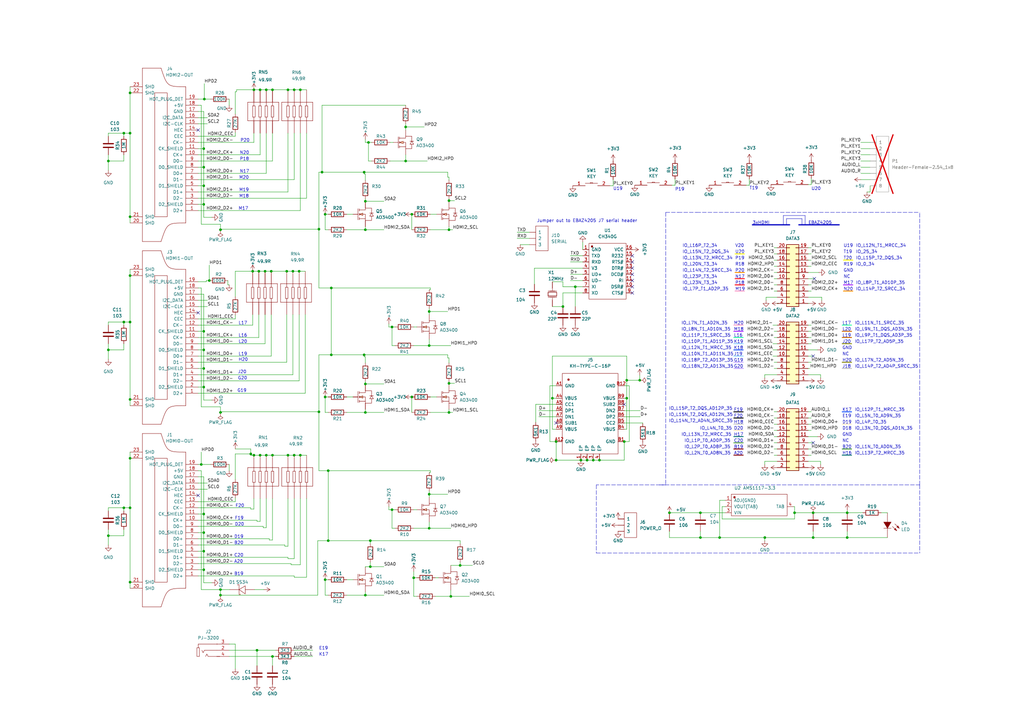
<source format=kicad_sch>
(kicad_sch (version 20231120) (generator "eeschema") (generator_version "8.0")
  (paper "A3")
  (title_block (title "3xHDMI") (date "2024-12-25") (rev "v1") (company "Kin Circuits"))
  (junction (at 109.22 186.69))
  (junction (at 325.882 210.312))
  (junction (at 287.274 220.472))
  (junction (at 90.424 169.164))
  (junction (at 184.15 82.296))
  (junction (at 44.45 66.04))
  (junction (at 111.76 269.24))
  (junction (at 83.566 135.89))
  (junction (at 228.092 181.102))
  (junction (at 50.8 132.08))
  (junction (at 168.91 87.884))
  (junction (at 50.8 54.61))
  (junction (at 133.35 162.814))
  (junction (at 104.14 36.83))
  (junction (at 82.55 190.5))
  (junction (at 50.8 208.28))
  (junction (at 118.11 36.83))
  (junction (at 53.34 54.61))
  (junction (at 53.34 113.03))
  (junction (at 240.792 188.722))
  (junction (at 85.852 115.062))
  (junction (at 130.81 168.91))
  (junction (at 111.252 111.252))
  (junction (at 176.022 202.692))
  (junction (at 106.68 186.69))
  (junction (at 53.34 187.96))
  (junction (at 106.68 36.83))
  (junction (at 287.274 210.312))
  (junction (at 44.45 143.51))
  (junction (at 44.45 219.71))
  (junction (at 120.65 186.69))
  (junction (at 313.69 220.472))
  (junction (at 83.566 83.82))
  (junction (at 123.19 186.69))
  (junction (at 106.172 111.252))
  (junction (at 149.86 244.094))
  (junction (at 111.76 36.83))
  (junction (at 83.566 60.96))
  (junction (at 245.872 188.722))
  (junction (at 53.34 163.83))
  (junction (at 83.566 151.13))
  (junction (at 120.142 111.252))
  (junction (at 90.424 94.234))
  (junction (at 109.22 36.83))
  (junction (at 228.092 188.722))
  (junction (at 188.722 231.902))
  (junction (at 105.41 266.7))
  (junction (at 122.682 111.252))
  (junction (at 169.672 236.982))
  (junction (at 295.148 220.472))
  (junction (at 83.566 210.82))
  (junction (at 83.566 226.06))
  (junction (at 166.37 52.07))
  (junction (at 117.602 111.252))
  (junction (at 257.048 163.322))
  (junction (at 134.62 221.742))
  (junction (at 333.502 220.472))
  (junction (at 230.886 125.73))
  (junction (at 184.15 94.234))
  (junction (at 83.566 218.44))
  (junction (at 176.022 141.732))
  (junction (at 134.62 193.04))
  (junction (at 133.35 237.744))
  (junction (at 83.566 76.2))
  (junction (at 149.86 157.48))
  (junction (at 149.86 94.234))
  (junction (at 133.35 87.884))
  (junction (at 256.032 181.102))
  (junction (at 83.566 158.75))
  (junction (at 151.892 232.41))
  (junction (at 149.352 145.542))
  (junction (at 53.34 88.9))
  (junction (at 166.37 66.04))
  (junction (at 184.15 157.226))
  (junction (at 53.34 238.76))
  (junction (at 176.022 127.762))
  (junction (at 160.782 134.112))
  (junction (at 83.82 40.64))
  (junction (at 151.892 221.742))
  (junction (at 90.424 241.808))
  (junction (at 53.34 208.28))
  (junction (at 104.14 186.69))
  (junction (at 120.65 36.83))
  (junction (at 333.502 210.312))
  (junction (at 168.91 162.814))
  (junction (at 149.352 70.612))
  (junction (at 184.912 244.602))
  (junction (at 123.19 36.83))
  (junction (at 274.574 210.312))
  (junction (at 83.566 233.68))
  (junction (at 132.08 70.612))
  (junction (at 235.966 117.602))
  (junction (at 90.424 244.094))
  (junction (at 83.566 143.51))
  (junction (at 347.472 210.312))
  (junction (at 135.89 145.542))
  (junction (at 103.632 111.252))
  (junction (at 257.048 155.956))
  (junction (at 118.11 186.69))
  (junction (at 53.34 38.1))
  (junction (at 243.332 188.722))
  (junction (at 176.022 216.662))
  (junction (at 83.566 68.58))
  (junction (at 149.86 82.55))
  (junction (at 160.782 209.042))
  (junction (at 184.15 169.164))
  (junction (at 135.89 118.11))
  (junction (at 108.712 111.252))
  (junction (at 226.568 163.322))
  (junction (at 238.252 188.722))
  (junction (at 102.87 186.182))
  (junction (at 111.76 186.69))
  (junction (at 149.86 169.164))
  (junction (at 53.34 132.08))
  (junction (at 262.382 155.956))
  (junction (at 151.13 58.42))
  (junction (at 347.472 220.472))
  (junction (at 130.81 93.98))
  (no_connect (at 334.01 114.3))
  (no_connect (at 256.032 165.862))
  (no_connect (at 259.334 117.602))
  (no_connect (at 333.502 181.61))
  (no_connect (at 259.334 120.142))
  (no_connect (at 81.28 53.34))
  (no_connect (at 81.28 128.27))
  (no_connect (at 81.28 203.2))
  (no_connect (at 259.334 109.982))
  (no_connect (at 228.092 173.482))
  (no_connect (at 259.334 104.902))
  (no_connect (at 259.334 115.062))
  (no_connect (at 259.334 107.442))
  (no_connect (at 259.334 112.522))
  (no_connect (at 333.502 146.05))
  (wire (pts (xy 83.566 226.06) (xy 83.566 233.68)))
  (wire (pts (xy 325.374 207.772) (xy 325.882 207.772)))
  (wire (pts (xy 81.28 210.82) (xy 83.566 210.82)))
  (wire (pts (xy 105.41 266.7) (xy 113.03 266.7)))
  (wire (pts (xy 50.8 217.17) (xy 50.8 219.71)))
  (polyline (pts (xy 300.99 184.15) (xy 304.8 184.15)) (stroke (width 0.381) (type solid) (color 132 0 0 1)))
  (wire (pts (xy 135.89 118.11) (xy 135.89 145.542)))
  (wire (pts (xy 118.11 229.108) (xy 118.11 228.6)))
  (wire (pts (xy 81.28 133.35) (xy 103.632 133.35)))
  (wire (pts (xy 317.5 135.89) (xy 318.77 135.89)))
  (wire (pts (xy 313.69 189.23) (xy 318.77 189.23)))
  (wire (pts (xy 81.28 205.74) (xy 96.52 205.74)))
  (wire (pts (xy 81.28 143.51) (xy 83.566 143.51)))
  (wire (pts (xy 142.24 169.164) (xy 149.86 169.164)))
  (polyline (pts (xy 345.44 140.97) (xy 349.25 140.97)) (stroke (width 0.381) (type solid) (color 132 132 0 1)))
  (wire (pts (xy 176.53 94.234) (xy 184.15 94.234)))
  (polyline (pts (xy 345.44 184.15) (xy 349.25 184.15)) (stroke (width 0.381) (type solid) (color 70 148 57 1)))
  (wire (pts (xy 219.202 109.982) (xy 219.202 116.586)))
  (wire (pts (xy 183.642 72.644) (xy 184.15 72.644)))
  (wire (pts (xy 219.71 173.228) (xy 219.71 165.862)))
  (polyline (pts (xy 345.44 173.99) (xy 349.25 173.99)) (stroke (width 0.381) (type solid) (color 255 229 191 1)))
  (wire (pts (xy 90.932 94.234) (xy 90.424 94.234)))
  (wire (pts (xy 119.38 231.648) (xy 119.38 231.14)))
  (wire (pts (xy 81.28 45.72) (xy 83.566 45.72)))
  (polyline (pts (xy 273.05 198.882) (xy 244.602 198.882)) (stroke (width 0) (type dash)))
  (wire (pts (xy 325.882 212.852) (xy 325.882 210.312)))
  (wire (pts (xy 132.08 70.612) (xy 149.352 70.612)))
  (wire (pts (xy 119.38 231.648) (xy 123.19 231.648)))
  (wire (pts (xy 83.566 158.75) (xy 83.566 164.084)))
  (wire (pts (xy 239.014 109.982) (xy 219.202 109.982)))
  (wire (pts (xy 81.28 158.75) (xy 83.566 158.75)))
  (wire (pts (xy 93.472 116.84) (xy 93.98 116.84)))
  (wire (pts (xy 188.722 231.902) (xy 188.722 230.632)))
  (wire (pts (xy 120.65 236.728) (xy 125.73 236.728)))
  (polyline (pts (xy 300.99 171.45) (xy 304.8 171.45)) (stroke (width 0.381) (type solid) (color 0 0 0 1)))
  (wire (pts (xy 317.5 184.15) (xy 318.77 184.15)))
  (wire (pts (xy 90.932 93.98) (xy 130.81 93.98)))
  (wire (pts (xy 213.36 100.33) (xy 217.17 100.33)))
  (wire (pts (xy 96.52 54.356) (xy 96.52 55.88)))
  (wire (pts (xy 325.882 210.312) (xy 333.502 210.312)))
  (wire (pts (xy 184.15 157.226) (xy 184.15 157.734)))
  (wire (pts (xy 347.472 209.296) (xy 347.472 210.312)))
  (wire (pts (xy 111.76 269.24) (xy 111.76 273.05)))
  (wire (pts (xy 256.032 176.022) (xy 257.048 176.022)))
  (wire (pts (xy 332.74 109.22) (xy 331.47 109.22)))
  (wire (pts (xy 149.86 81.534) (xy 149.86 82.55)))
  (polyline (pts (xy 300.99 176.53) (xy 304.8 176.53)) (stroke (width 0.381) (type solid) (color 255 229 191 1)))
  (wire (pts (xy 317.5 101.6) (xy 318.77 101.6)))
  (wire (pts (xy 160.782 134.112) (xy 162.052 134.112)))
  (wire (pts (xy 274.574 220.472) (xy 274.574 217.932)))
  (wire (pts (xy 331.47 179.07) (xy 335.28 179.07)))
  (wire (pts (xy 120.142 111.252) (xy 117.602 111.252)))
  (wire (pts (xy 353.06 68.58) (xy 356.87 68.58)))
  (wire (pts (xy 317.5 176.53) (xy 318.77 176.53)))
  (wire (pts (xy 220.98 170.942) (xy 228.092 170.942)))
  (wire (pts (xy 81.28 148.59) (xy 117.602 148.59)))
  (wire (pts (xy 245.872 188.722) (xy 256.032 188.722)))
  (wire (pts (xy 226.568 125.73) (xy 230.886 125.73)))
  (wire (pts (xy 44.45 217.17) (xy 44.45 219.71)))
  (wire (pts (xy 93.472 116.84) (xy 93.472 115.062)))
  (wire (pts (xy 90.424 94.488) (xy 90.424 94.234)))
  (wire (pts (xy 332.74 104.14) (xy 331.47 104.14)))
  (wire (pts (xy 226.568 176.022) (xy 228.092 176.022)))
  (wire (pts (xy 83.82 34.29) (xy 83.82 40.64)))
  (wire (pts (xy 331.47 148.59) (xy 332.74 148.59)))
  (wire (pts (xy 96.52 37.592) (xy 96.52 46.736)))
  (wire (pts (xy 83.566 120.65) (xy 83.566 135.89)))
  (wire (pts (xy 104.14 186.69) (xy 106.68 186.69)))
  (wire (pts (xy 102.87 184.15) (xy 96.52 184.15)))
  (wire (pts (xy 50.8 133.35) (xy 50.8 132.08)))
  (polyline (pts (xy 300.99 168.91) (xy 304.8 168.91)) (stroke (width 0.381) (type solid) (color 0 0 0 1)))
  (wire (pts (xy 111.76 36.83) (xy 109.22 36.83)))
  (wire (pts (xy 44.45 208.28) (xy 44.45 209.55)))
  (wire (pts (xy 106.68 54.61) (xy 106.68 63.5)))
  (wire (pts (xy 317.5 148.59) (xy 318.77 148.59)))
  (polyline (pts (xy 345.44 151.13) (xy 349.25 151.13)) (stroke (width 0.381) (type solid) (color 194 194 194 1)))
  (wire (pts (xy 151.892 221.742) (xy 151.892 223.012)))
  (wire (pts (xy 336.55 153.67) (xy 336.55 154.94)))
  (wire (pts (xy 149.352 70.612) (xy 183.642 70.612)))
  (polyline (pts (xy 278.13 87.122) (xy 285.75 87.122)) (stroke (width 0) (type dash)))
  (wire (pts (xy 120.65 204.47) (xy 120.65 229.108)))
  (wire (pts (xy 331.47 153.67) (xy 336.55 153.67)))
  (wire (pts (xy 105.41 213.36) (xy 81.28 213.36)))
  (wire (pts (xy 317.5 109.22) (xy 318.77 109.22)))
  (wire (pts (xy 128.27 266.7) (xy 120.65 266.7)))
  (wire (pts (xy 239.014 99.314) (xy 239.014 102.362)))
  (wire (pts (xy 333.502 181.61) (xy 331.47 181.61)))
  (wire (pts (xy 159.512 207.772) (xy 159.512 209.042)))
  (wire (pts (xy 170.942 236.982) (xy 169.672 236.982)))
  (wire (pts (xy 361.442 210.312) (xy 363.982 210.312)))
  (wire (pts (xy 149.86 82.55) (xy 157.48 82.55)))
  (wire (pts (xy 53.34 163.83) (xy 53.34 166.37)))
  (wire (pts (xy 295.148 205.232) (xy 295.148 220.472)))
  (wire (pts (xy 243.332 188.722) (xy 245.872 188.722)))
  (wire (pts (xy 118.11 229.108) (xy 120.65 229.108)))
  (wire (pts (xy 332.74 184.15) (xy 331.47 184.15)))
  (wire (pts (xy 90.424 169.418) (xy 90.424 169.164)))
  (wire (pts (xy 212.09 95.25) (xy 217.17 95.25)))
  (polyline (pts (xy 300.99 140.97) (xy 304.8 140.97)) (stroke (width 0.381) (type solid) (color 137 204 255 1)))
  (wire (pts (xy 257.048 163.322) (xy 257.048 155.956)))
  (wire (pts (xy 317.5 173.99) (xy 318.77 173.99)))
  (polyline (pts (xy 270.51 198.882) (xy 377.19 198.882)) (stroke (width 0) (type dash)))
  (wire (pts (xy 81.28 233.68) (xy 83.566 233.68)))
  (wire (pts (xy 109.22 54.61) (xy 109.22 71.12)))
  (wire (pts (xy 317.5 111.76) (xy 318.77 111.76)))
  (wire (pts (xy 44.45 63.5) (xy 44.45 66.04)))
  (wire (pts (xy 151.892 221.742) (xy 188.722 221.742)))
  (wire (pts (xy 149.86 157.48) (xy 149.86 157.734)))
  (wire (pts (xy 97.028 36.83) (xy 104.14 36.83)))
  (wire (pts (xy 86.36 190.5) (xy 82.55 190.5)))
  (wire (pts (xy 176.022 139.192) (xy 176.022 141.732)))
  (wire (pts (xy 295.148 220.472) (xy 313.69 220.472)))
  (wire (pts (xy 50.8 54.61) (xy 53.34 54.61)))
  (wire (pts (xy 240.792 188.722) (xy 243.332 188.722)))
  (wire (pts (xy 169.672 234.442) (xy 169.672 236.982)))
  (wire (pts (xy 130.81 70.612) (xy 132.08 70.612)))
  (wire (pts (xy 169.672 209.042) (xy 170.942 209.042)))
  (wire (pts (xy 82.55 118.11) (xy 82.55 166.878)))
  (wire (pts (xy 307.34 73.406) (xy 307.34 75.946)))
  (wire (pts (xy 317.5 138.43) (xy 318.77 138.43)))
  (wire (pts (xy 130.302 221.742) (xy 130.302 244.094)))
  (wire (pts (xy 212.09 97.79) (xy 217.17 97.79)))
  (wire (pts (xy 230.886 115.57) (xy 226.568 115.57)))
  (wire (pts (xy 233.934 112.522) (xy 239.014 112.522)))
  (wire (pts (xy 104.14 54.61) (xy 104.14 58.42)))
  (wire (pts (xy 118.11 224.028) (xy 118.11 204.47)))
  (wire (pts (xy 81.28 193.04) (xy 82.55 193.04)))
  (wire (pts (xy 149.86 71.374) (xy 149.86 73.914)))
  (wire (pts (xy 356.87 76.2) (xy 356.87 78.74)))
  (wire (pts (xy 120.65 186.69) (xy 118.11 186.69)))
  (wire (pts (xy 53.34 110.49) (xy 53.34 113.03)))
  (wire (pts (xy 276.86 73.406) (xy 276.86 75.946)))
  (wire (pts (xy 133.35 94.234) (xy 134.62 94.234)))
  (wire (pts (xy 81.28 146.05) (xy 111.252 146.05)))
  (wire (pts (xy 123.19 54.61) (xy 123.19 86.36)))
  (wire (pts (xy 313.69 189.23) (xy 313.69 190.5)))
  (wire (pts (xy 85.09 123.19) (xy 81.28 123.19)))
  (wire (pts (xy 125.73 54.61) (xy 125.73 81.28)))
  (wire (pts (xy 220.98 168.402) (xy 228.092 168.402)))
  (wire (pts (xy 166.37 66.04) (xy 175.26 66.04)))
  (wire (pts (xy 184.15 157.226) (xy 186.436 157.226)))
  (polyline (pts (xy 377.19 198.882) (xy 377.19 87.122)) (stroke (width 0) (type dash)))
  (wire (pts (xy 184.15 146.812) (xy 184.15 148.844)))
  (wire (pts (xy 332.74 176.53) (xy 331.47 176.53)))
  (wire (pts (xy 317.5 186.69) (xy 318.77 186.69)))
  (wire (pts (xy 96.52 186.182) (xy 102.87 186.182)))
  (wire (pts (xy 331.47 75.692) (xy 332.74 75.692)))
  (wire (pts (xy 82.55 91.948) (xy 90.424 91.948)))
  (wire (pts (xy 316.992 143.51) (xy 318.77 143.51)))
  (wire (pts (xy 130.81 145.542) (xy 130.81 168.91)))
  (wire (pts (xy 50.8 63.5) (xy 50.8 66.04)))
  (wire (pts (xy 44.45 132.08) (xy 44.45 133.35)))
  (wire (pts (xy 50.8 219.71) (xy 44.45 219.71)))
  (wire (pts (xy 151.13 58.42) (xy 152.4 58.42)))
  (wire (pts (xy 53.34 54.61) (xy 53.34 88.9)))
  (wire (pts (xy 81.28 135.89) (xy 83.566 135.89)))
  (wire (pts (xy 325.882 207.772) (xy 325.882 210.312)))
  (wire (pts (xy 120.65 36.83) (xy 118.11 36.83)))
  (wire (pts (xy 219.71 165.862) (xy 228.092 165.862)))
  (polyline (pts (xy 330.2 92.202) (xy 330.2 88.392)) (stroke (width 0) (type solid)))
  (wire (pts (xy 331.47 138.43) (xy 332.74 138.43)))
  (wire (pts (xy 50.8 66.04) (xy 44.45 66.04)))
  (wire (pts (xy 356.87 78.74) (xy 355.6 78.74)))
  (wire (pts (xy 132.08 43.18) (xy 132.08 70.612)))
  (wire (pts (xy 314.198 121.92) (xy 314.198 123.19)))
  (wire (pts (xy 188.722 221.742) (xy 188.722 223.012)))
  (wire (pts (xy 130.81 70.612) (xy 130.81 93.98)))
  (wire (pts (xy 81.28 195.58) (xy 83.566 195.58)))
  (wire (pts (xy 176.022 141.732) (xy 184.912 141.732)))
  (wire (pts (xy 263.652 173.482) (xy 263.652 173.736)))
  (wire (pts (xy 125.222 161.29) (xy 125.222 129.032)))
  (wire (pts (xy 258.064 181.102) (xy 258.064 158.242)))
  (wire (pts (xy 130.302 221.742) (xy 134.62 221.742)))
  (wire (pts (xy 169.672 236.982) (xy 169.672 244.602)))
  (wire (pts (xy 256.032 168.402) (xy 262.636 168.402)))
  (wire (pts (xy 149.352 145.542) (xy 149.352 146.304)))
  (wire (pts (xy 317.5 179.07) (xy 318.77 179.07)))
  (wire (pts (xy 109.22 216.408) (xy 109.22 204.47)))
  (wire (pts (xy 228.092 158.242) (xy 225.552 158.242)))
  (wire (pts (xy 83.566 135.89) (xy 83.566 143.51)))
  (wire (pts (xy 50.8 208.28) (xy 53.34 208.28)))
  (wire (pts (xy 178.562 244.602) (xy 184.912 244.602)))
  (wire (pts (xy 313.69 220.472) (xy 333.502 220.472)))
  (wire (pts (xy 347.472 220.472) (xy 347.472 217.932)))
  (wire (pts (xy 353.06 63.5) (xy 356.87 63.5)))
  (wire (pts (xy 331.47 186.69) (xy 332.74 186.69)))
  (wire (pts (xy 235.966 117.602) (xy 235.966 125.73)))
  (wire (pts (xy 83.566 233.68) (xy 83.566 239.014)))
  (wire (pts (xy 53.34 185.42) (xy 53.34 187.96)))
  (polyline (pts (xy 301.498 119.38) (xy 305.308 119.38)) (stroke (width 0.381) (type solid) (color 255 155 199 1)))
  (wire (pts (xy 334.01 114.3) (xy 331.47 114.3)))
  (wire (pts (xy 142.24 244.094) (xy 149.86 244.094)))
  (wire (pts (xy 151.13 66.04) (xy 152.4 66.04)))
  (polyline (pts (xy 300.99 179.07) (xy 304.8 179.07)) (stroke (width 0.381) (type solid) (color 4 110 111 1)))
  (wire (pts (xy 149.86 169.164) (xy 157.48 169.164)))
  (wire (pts (xy 169.672 141.732) (xy 176.022 141.732)))
  (wire (pts (xy 332.74 73.152) (xy 332.74 75.692)))
  (wire (pts (xy 85.09 125.73) (xy 81.28 125.73)))
  (wire (pts (xy 287.274 220.472) (xy 295.148 220.472)))
  (wire (pts (xy 184.912 242.062) (xy 184.912 244.602)))
  (wire (pts (xy 96.52 129.286) (xy 96.52 130.81)))
  (wire (pts (xy 149.86 156.464) (xy 149.86 157.48)))
  (wire (pts (xy 332.232 151.13) (xy 331.47 151.13)))
  (wire (pts (xy 317.5 168.91) (xy 318.77 168.91)))
  (wire (pts (xy 90.424 244.094) (xy 130.302 244.094)))
  (wire (pts (xy 84.582 115.062) (xy 85.852 115.062)))
  (wire (pts (xy 184.912 244.602) (xy 192.532 244.602)))
  (wire (pts (xy 104.14 204.47) (xy 104.14 208.788)))
  (wire (pts (xy 184.15 94.234) (xy 185.674 94.234)))
  (wire (pts (xy 168.91 162.814) (xy 168.91 169.164)))
  (wire (pts (xy 44.45 219.71) (xy 44.45 223.52)))
  (wire (pts (xy 149.86 94.234) (xy 157.48 94.234)))
  (wire (pts (xy 83.566 239.014) (xy 86.868 239.014)))
  (wire (pts (xy 262.382 155.956) (xy 257.048 155.956)))
  (wire (pts (xy 102.87 208.788) (xy 104.14 208.788)))
  (wire (pts (xy 44.45 143.51) (xy 50.8 143.51)))
  (wire (pts (xy 44.45 66.04) (xy 44.45 69.85)))
  (wire (pts (xy 149.352 145.542) (xy 183.642 145.542)))
  (wire (pts (xy 130.81 118.11) (xy 135.89 118.11)))
  (wire (pts (xy 228.092 181.102) (xy 228.092 188.722)))
  (wire (pts (xy 120.65 236.22) (xy 81.28 236.22)))
  (wire (pts (xy 96.52 264.16) (xy 96.52 274.32)))
  (wire (pts (xy 225.552 181.102) (xy 228.092 181.102)))
  (wire (pts (xy 93.98 264.16) (xy 96.52 264.16)))
  (wire (pts (xy 83.566 76.2) (xy 83.566 83.82)))
  (wire (pts (xy 53.34 238.76) (xy 53.34 241.3)))
  (wire (pts (xy 105.41 213.868) (xy 106.68 213.868)))
  (wire (pts (xy 125.73 236.728) (xy 125.73 204.47)))
  (wire (pts (xy 317.5 104.14) (xy 318.77 104.14)))
  (wire (pts (xy 238.252 188.722) (xy 240.792 188.722)))
  (wire (pts (xy 184.15 167.894) (xy 184.15 169.164)))
  (wire (pts (xy 81.28 130.81) (xy 96.52 130.81)))
  (wire (pts (xy 176.53 87.884) (xy 179.07 87.884)))
  (wire (pts (xy 50.8 132.08) (xy 44.45 132.08)))
  (wire (pts (xy 353.06 71.12) (xy 356.87 71.12)))
  (wire (pts (xy 96.52 204.216) (xy 96.52 205.74)))
  (polyline (pts (xy 322.58 89.662) (xy 322.58 92.202)) (stroke (width 0) (type solid)))
  (wire (pts (xy 44.45 54.61) (xy 44.45 55.88)))
  (wire (pts (xy 83.566 195.58) (xy 83.566 210.82)))
  (wire (pts (xy 122.682 111.252) (xy 120.142 111.252)))
  (wire (pts (xy 128.27 269.24) (xy 120.65 269.24)))
  (wire (pts (xy 96.52 111.252) (xy 103.632 111.252)))
  (polyline (pts (xy 321.31 88.392) (xy 321.31 92.202)) (stroke (width 0) (type solid)))
  (wire (pts (xy 331.47 189.23) (xy 336.55 189.23)))
  (wire (pts (xy 257.048 176.022) (xy 257.048 163.322)))
  (wire (pts (xy 83.566 218.44) (xy 83.566 226.06)))
  (wire (pts (xy 239.014 117.602) (xy 235.966 117.602)))
  (wire (pts (xy 90.424 169.164) (xy 90.424 166.878)))
  (wire (pts (xy 287.274 210.312) (xy 297.434 210.312)))
  (wire (pts (xy 142.24 94.234) (xy 149.86 94.234)))
  (wire (pts (xy 176.53 193.04) (xy 176.53 193.802)))
  (wire (pts (xy 332.74 119.38) (xy 331.47 119.38)))
  (wire (pts (xy 82.55 43.18) (xy 82.55 91.948)))
  (wire (pts (xy 125.222 111.252) (xy 122.682 111.252)))
  (polyline (pts (xy 301.498 104.14) (xy 305.308 104.14)) (stroke (width 0.381) (type solid) (color 255 245 5 1)))
  (wire (pts (xy 84.582 115.062) (xy 84.582 115.57)))
  (wire (pts (xy 116.84 223.52) (xy 81.28 223.52)))
  (polyline (pts (xy 377.19 198.882) (xy 377.19 226.822)) (stroke (width 0) (type dash)))
  (wire (pts (xy 82.55 166.878) (xy 90.424 166.878)))
  (wire (pts (xy 149.86 82.55) (xy 149.86 82.804)))
  (polyline (pts (xy 273.05 87.122) (xy 278.13 87.122)) (stroke (width 0) (type dash)))
  (wire (pts (xy 317.5 119.38) (xy 318.77 119.38)))
  (wire (pts (xy 109.22 186.69) (xy 111.76 186.69)))
  (polyline (pts (xy 330.2 88.392) (xy 321.31 88.392)) (stroke (width 0) (type solid)))
  (wire (pts (xy 353.06 58.42) (xy 356.87 58.42)))
  (wire (pts (xy 331.47 133.35) (xy 332.74 133.35)))
  (wire (pts (xy 134.62 193.04) (xy 130.81 193.04)))
  (polyline (pts (xy 345.948 119.38) (xy 349.758 119.38)) (stroke (width 0.381) (type solid) (color 255 148 0 1)))
  (wire (pts (xy 102.87 186.69) (xy 102.87 186.182)))
  (wire (pts (xy 314.198 121.92) (xy 318.77 121.92)))
  (wire (pts (xy 316.992 140.97) (xy 318.77 140.97)))
  (wire (pts (xy 53.34 132.08) (xy 53.34 163.83)))
  (wire (pts (xy 102.87 208.28) (xy 81.28 208.28)))
  (wire (pts (xy 317.5 181.61) (xy 318.77 181.61)))
  (wire (pts (xy 109.22 36.83) (xy 106.68 36.83)))
  (wire (pts (xy 81.28 140.97) (xy 108.712 140.97)))
  (wire (pts (xy 159.512 209.042) (xy 160.782 209.042)))
  (wire (pts (xy 332.74 116.84) (xy 331.47 116.84)))
  (wire (pts (xy 81.28 156.21) (xy 122.682 156.21)))
  (wire (pts (xy 81.28 81.28) (xy 125.73 81.28)))
  (polyline (pts (xy 244.602 198.882) (xy 244.602 226.822)) (stroke (width 0) (type dash)))
  (wire (pts (xy 81.28 218.44) (xy 83.566 218.44)))
  (wire (pts (xy 149.86 58.42) (xy 151.13 58.42)))
  (wire (pts (xy 116.84 224.028) (xy 118.11 224.028)))
  (wire (pts (xy 251.46 73.66) (xy 251.46 76.2)))
  (wire (pts (xy 306.07 75.946) (xy 307.34 75.946)))
  (wire (pts (xy 183.642 70.612) (xy 183.642 72.644)))
  (wire (pts (xy 102.87 186.69) (xy 104.14 186.69)))
  (wire (pts (xy 176.022 202.692) (xy 176.022 203.962)))
  (wire (pts (xy 125.73 186.69) (xy 123.19 186.69)))
  (wire (pts (xy 184.15 81.534) (xy 184.15 82.296)))
  (wire (pts (xy 81.28 78.74) (xy 118.11 78.74)))
  (wire (pts (xy 50.8 209.55) (xy 50.8 208.28)))
  (wire (pts (xy 332.74 171.45) (xy 331.47 171.45)))
  (wire (pts (xy 149.86 232.41) (xy 149.86 232.664)))
  (wire (pts (xy 151.892 232.41) (xy 157.48 232.41)))
  (wire (pts (xy 287.274 220.472) (xy 287.274 217.932)))
  (wire (pts (xy 353.06 73.66) (xy 356.87 73.66)))
  (wire (pts (xy 166.37 50.8) (xy 166.37 52.07)))
  (wire (pts (xy 297.434 205.232) (xy 295.148 205.232)))
  (wire (pts (xy 105.41 213.868) (xy 105.41 213.36)))
  (wire (pts (xy 106.172 129.032) (xy 106.172 138.43)))
  (wire (pts (xy 149.86 244.094) (xy 149.86 242.824)))
  (wire (pts (xy 104.394 241.808) (xy 108.204 241.808)))
  (wire (pts (xy 151.13 58.42) (xy 151.13 66.04)))
  (wire (pts (xy 111.252 111.252) (xy 108.712 111.252)))
  (wire (pts (xy 53.34 88.9) (xy 53.34 91.44)))
  (wire (pts (xy 117.602 148.59) (xy 117.602 129.032)))
  (wire (pts (xy 108.712 140.97) (xy 108.712 129.032)))
  (wire (pts (xy 133.35 237.744) (xy 133.35 244.094)))
  (wire (pts (xy 117.602 111.252) (xy 111.252 111.252)))
  (wire (pts (xy 363.982 220.472) (xy 347.472 220.472)))
  (wire (pts (xy 226.568 163.322) (xy 228.092 163.322)))
  (wire (pts (xy 353.06 66.04) (xy 356.87 66.04)))
  (wire (pts (xy 160.782 141.732) (xy 162.052 141.732)))
  (wire (pts (xy 85.09 50.8) (xy 81.28 50.8)))
  (wire (pts (xy 184.15 72.644) (xy 184.15 73.914)))
  (wire (pts (xy 331.47 140.97) (xy 332.74 140.97)))
  (wire (pts (xy 81.28 73.66) (xy 120.65 73.66)))
  (wire (pts (xy 142.24 87.884) (xy 144.78 87.884)))
  (wire (pts (xy 331.47 143.51) (xy 335.28 143.51)))
  (wire (pts (xy 166.37 43.18) (xy 132.08 43.18)))
  (wire (pts (xy 50.8 140.97) (xy 50.8 143.51)))
  (wire (pts (xy 81.28 55.88) (xy 96.52 55.88)))
  (wire (pts (xy 130.81 145.542) (xy 135.89 145.542)))
  (wire (pts (xy 160.02 58.42) (xy 161.29 58.42)))
  (wire (pts (xy 316.992 146.05) (xy 318.77 146.05)))
  (wire (pts (xy 81.28 43.18) (xy 82.55 43.18)))
  (wire (pts (xy 111.76 186.69) (xy 118.11 186.69)))
  (wire (pts (xy 317.5 171.45) (xy 318.77 171.45)))
  (polyline (pts (xy 308.61 92.202) (xy 323.85 92.202)) (stroke (width 0.5) (type solid)))
  (wire (pts (xy 313.69 220.472) (xy 313.69 221.742)))
  (wire (pts (xy 296.164 207.772) (xy 296.164 212.852)))
  (wire (pts (xy 110.49 221.488) (xy 110.49 220.98)))
  (wire (pts (xy 149.352 71.374) (xy 149.86 71.374)))
  (wire (pts (xy 106.68 186.69) (xy 109.22 186.69)))
  (wire (pts (xy 184.15 82.296) (xy 184.15 82.804)))
  (polyline (pts (xy 345.44 133.35) (xy 349.25 133.35)) (stroke (width 0.381) (type solid) (color 47 255 164 1)))
  (polyline (pts (xy 327.66 92.202) (xy 344.17 92.202)) (stroke (width 0.5) (type solid)))
  (wire (pts (xy 83.566 226.06) (xy 81.28 226.06)))
  (wire (pts (xy 106.68 204.47) (xy 106.68 213.868)))
  (wire (pts (xy 81.28 83.82) (xy 83.566 83.82)))
  (wire (pts (xy 105.41 266.7) (xy 105.41 273.05)))
  (wire (pts (xy 81.28 118.11) (xy 82.55 118.11)))
  (wire (pts (xy 332.74 106.68) (xy 331.47 106.68)))
  (wire (pts (xy 81.28 120.65) (xy 83.566 120.65)))
  (wire (pts (xy 176.53 118.872) (xy 176.022 118.872)))
  (wire (pts (xy 106.172 111.252) (xy 103.632 111.252)))
  (wire (pts (xy 226.568 163.322) (xy 226.568 176.022)))
  (wire (pts (xy 111.76 269.24) (xy 113.03 269.24)))
  (wire (pts (xy 176.022 127.762) (xy 183.642 127.762)))
  (wire (pts (xy 225.552 158.242) (xy 225.552 181.102)))
  (polyline (pts (xy 300.99 148.59) (xy 304.8 148.59)) (stroke (width 0.381) (type solid) (color 195 166 255 1)))
  (wire (pts (xy 93.98 269.24) (xy 111.76 269.24)))
  (polyline (pts (xy 345.44 168.91) (xy 349.25 168.91)) (stroke (width 0.381) (type solid) (color 21 82 255 1)))
  (wire (pts (xy 169.672 216.662) (xy 176.022 216.662)))
  (wire (pts (xy 85.09 198.12) (xy 81.28 198.12)))
  (wire (pts (xy 96.52 196.596) (xy 96.52 186.182)))
  (wire (pts (xy 160.02 66.04) (xy 166.37 66.04)))
  (wire (pts (xy 83.566 89.154) (xy 86.868 89.154)))
  (wire (pts (xy 90.932 168.91) (xy 90.932 169.164)))
  (wire (pts (xy 151.892 232.41) (xy 149.86 232.41)))
  (wire (pts (xy 257.048 146.05) (xy 226.568 146.05)))
  (polyline (pts (xy 300.99 173.99) (xy 304.8 173.99)) (stroke (width 0.381) (type solid) (color 194 194 194 1)))
  (wire (pts (xy 133.35 87.884) (xy 133.35 94.234)))
  (wire (pts (xy 149.86 244.094) (xy 157.48 244.094)))
  (wire (pts (xy 82.55 190.5) (xy 81.28 190.5)))
  (wire (pts (xy 176.53 193.802) (xy 176.022 193.802)))
  (wire (pts (xy 317.5 151.13) (xy 318.77 151.13)))
  (wire (pts (xy 313.69 153.67) (xy 318.77 153.67)))
  (wire (pts (xy 176.022 126.492) (xy 176.022 127.762)))
  (wire (pts (xy 118.11 54.61) (xy 118.11 78.74)))
  (wire (pts (xy 130.81 93.98) (xy 130.81 118.11)))
  (wire (pts (xy 116.84 224.028) (xy 116.84 223.52)))
  (wire (pts (xy 120.65 236.728) (xy 120.65 236.22)))
  (wire (pts (xy 44.45 140.97) (xy 44.45 143.51)))
  (wire (pts (xy 123.19 204.47) (xy 123.19 231.648)))
  (wire (pts (xy 50.8 208.28) (xy 44.45 208.28)))
  (wire (pts (xy 184.15 82.296) (xy 186.436 82.296)))
  (wire (pts (xy 332.74 168.91) (xy 331.47 168.91)))
  (wire (pts (xy 230.886 120.142) (xy 239.014 120.142)))
  (wire (pts (xy 106.68 36.83) (xy 104.14 36.83)))
  (wire (pts (xy 81.28 63.5) (xy 106.68 63.5)))
  (wire (pts (xy 120.65 73.66) (xy 120.65 54.61)))
  (wire (pts (xy 183.642 145.542) (xy 183.642 146.812)))
  (wire (pts (xy 93.98 193.04) (xy 93.98 190.5)))
  (wire (pts (xy 188.722 231.902) (xy 193.802 231.902)))
  (wire (pts (xy 233.934 115.062) (xy 239.014 115.062)))
  (wire (pts (xy 250.19 76.2) (xy 251.46 76.2)))
  (wire (pts (xy 333.502 220.472) (xy 347.472 220.472)))
  (wire (pts (xy 130.81 193.04) (xy 130.81 168.91)))
  (wire (pts (xy 331.47 135.89) (xy 332.74 135.89)))
  (wire (pts (xy 134.62 221.742) (xy 151.892 221.742)))
  (polyline (pts (xy 300.99 135.89) (xy 304.8 135.89)) (stroke (width 0.381) (type solid) (color 164 27 255 1)))
  (wire (pts (xy 317.5 116.84) (xy 318.77 116.84)))
  (wire (pts (xy 178.562 236.982) (xy 179.832 236.982)))
  (wire (pts (xy 53.34 187.96) (xy 53.34 208.28)))
  (wire (pts (xy 93.98 266.7) (xy 105.41 266.7)))
  (wire (pts (xy 318.77 124.46) (xy 319.278 124.46)))
  (wire (pts (xy 107.95 216.408) (xy 109.22 216.408)))
  (wire (pts (xy 119.38 231.14) (xy 81.28 231.14)))
  (wire (pts (xy 333.502 146.05) (xy 331.47 146.05)))
  (wire (pts (xy 166.37 63.5) (xy 166.37 66.04)))
  (wire (pts (xy 160.782 216.662) (xy 162.052 216.662)))
  (wire (pts (xy 296.164 212.852) (xy 325.882 212.852)))
  (wire (pts (xy 118.11 228.6) (xy 81.28 228.6)))
  (wire (pts (xy 53.34 113.03) (xy 53.34 132.08)))
  (polyline (pts (xy 273.05 87.122) (xy 273.05 198.882)) (stroke (width 0) (type dash)))
  (wire (pts (xy 81.28 71.12) (xy 109.22 71.12)))
  (wire (pts (xy 103.632 129.032) (xy 103.632 133.35)))
  (wire (pts (xy 50.8 55.88) (xy 50.8 54.61)))
  (wire (pts (xy 85.852 108.712) (xy 85.852 115.062)))
  (wire (pts (xy 85.09 48.26) (xy 81.28 48.26)))
  (polyline (pts (xy 345.948 106.68) (xy 349.758 106.68)) (stroke (width 0.381) (type solid) (color 255 245 5 1)))
  (wire (pts (xy 50.8 132.08) (xy 53.34 132.08)))
  (wire (pts (xy 53.34 208.28) (xy 53.34 238.76)))
  (wire (pts (xy 135.89 145.542) (xy 149.352 145.542)))
  (wire (pts (xy 166.37 52.07) (xy 173.99 52.07)))
  (wire (pts (xy 333.502 220.472) (xy 333.502 217.932)))
  (wire (pts (xy 110.49 221.488) (xy 111.76 221.488)))
  (wire (pts (xy 133.35 162.814) (xy 133.35 169.164)))
  (wire (pts (xy 102.87 208.788) (xy 102.87 208.28)))
  (polyline (pts (xy 300.99 181.61) (xy 304.8 181.61)) (stroke (width 0.381) (type solid) (color 70 148 57 1)))
  (wire (pts (xy 317.5 114.3) (xy 318.77 114.3)))
  (wire (pts (xy 331.47 124.46) (xy 331.978 124.46)))
  (wire (pts (xy 82.55 193.04) (xy 82.55 241.808)))
  (polyline (pts (xy 345.44 135.89) (xy 349.25 135.89)) (stroke (width 0.381) (type solid) (color 204 102 0 1)))
  (wire (pts (xy 176.022 214.122) (xy 176.022 216.662)))
  (wire (pts (xy 149.352 70.612) (xy 149.352 71.374)))
  (wire (pts (xy 176.022 202.692) (xy 183.642 202.692)))
  (wire (pts (xy 313.69 153.67) (xy 313.69 154.94)))
  (wire (pts (xy 85.09 200.66) (xy 81.28 200.66)))
  (wire (pts (xy 81.28 58.42) (xy 104.14 58.42)))
  (wire (pts (xy 83.566 210.82) (xy 83.566 218.44)))
  (polyline (pts (xy 244.602 226.822) (xy 377.19 226.822)) (stroke (width 0) (type dash)))
  (wire (pts (xy 332.74 101.6) (xy 331.47 101.6)))
  (wire (pts (xy 142.24 162.814) (xy 144.78 162.814)))
  (wire (pts (xy 83.566 83.82) (xy 83.566 89.154)))
  (wire (pts (xy 86.36 40.64) (xy 83.82 40.64)))
  (wire (pts (xy 90.424 244.094) (xy 90.424 241.808)))
  (wire (pts (xy 90.932 168.91) (xy 130.81 168.91)))
  (wire (pts (xy 123.19 36.83) (xy 120.65 36.83)))
  (wire (pts (xy 133.35 87.884) (xy 134.62 87.884)))
  (wire (pts (xy 120.142 129.032) (xy 120.142 153.67)))
  (wire (pts (xy 176.53 118.11) (xy 176.53 118.872)))
  (wire (pts (xy 83.566 143.51) (xy 83.566 151.13)))
  (wire (pts (xy 53.34 38.1) (xy 53.34 54.61)))
  (polyline (pts (xy 345.948 116.84) (xy 349.758 116.84)) (stroke (width 0.381) (type solid) (color 164 27 255 1)))
  (wire (pts (xy 235.966 117.602) (xy 230.886 117.602)))
  (wire (pts (xy 53.34 35.56) (xy 53.34 38.1)))
  (wire (pts (xy 296.164 207.772) (xy 297.434 207.772)))
  (wire (pts (xy 107.95 215.9) (xy 81.28 215.9)))
  (polyline (pts (xy 345.44 148.59) (xy 349.25 148.59)) (stroke (width 0.381) (type solid) (color 132 132 0 1)))
  (wire (pts (xy 233.934 104.902) (xy 239.014 104.902)))
  (polyline (pts (xy 301.0836 151.1299) (xy 304.8936 151.1299)) (stroke (width 0.381) (type solid) (color 195 166 255 1)))
  (wire (pts (xy 96.52 121.666) (xy 96.52 111.252)))
  (wire (pts (xy 84.582 115.57) (xy 81.28 115.57)))
  (wire (pts (xy 111.76 54.61) (xy 111.76 66.04)))
  (wire (pts (xy 317.5 106.68) (xy 318.77 106.68)))
  (wire (pts (xy 83.82 40.64) (xy 81.28 40.64)))
  (wire (pts (xy 90.932 93.98) (xy 90.932 94.234)))
  (wire (pts (xy 108.712 111.252) (xy 106.172 111.252)))
  (polyline (pts (xy 300.99 138.43) (xy 304.8 138.43)) (stroke (width 0.381) (type solid) (color 47 255 164 1)))
  (wire (pts (xy 233.934 107.442) (xy 239.014 107.442)))
  (wire (pts (xy 149.86 169.164) (xy 149.86 167.894)))
  (wire (pts (xy 176.022 201.422) (xy 176.022 202.692)))
  (wire (pts (xy 151.892 230.632) (xy 151.892 232.41)))
  (polyline (pts (xy 300.99 133.35) (xy 304.8 133.35)) (stroke (width 0.381) (type solid) (color 255 155 199 1)))
  (wire (pts (xy 160.782 209.042) (xy 162.052 209.042)))
  (polyline (pts (xy 345.44 138.43) (xy 349.25 138.43)) (stroke (width 0.381) (type solid) (color 204 102 0 1)))
  (wire (pts (xy 331.47 111.76) (xy 335.788 111.76)))
  (wire (pts (xy 256.032 170.942) (xy 262.636 170.942)))
  (polyline (pts (xy 345.44 186.69) (xy 349.25 186.69)) (stroke (width 0.381) (type solid) (color 4 110 111 1)))
  (polyline (pts (xy 328.93 92.202) (xy 328.93 89.662)) (stroke (width 0) (type solid)))
  (wire (pts (xy 81.28 60.96) (xy 83.566 60.96)))
  (wire (pts (xy 90.424 244.348) (xy 90.424 244.094)))
  (wire (pts (xy 93.98 43.18) (xy 93.98 40.64)))
  (wire (pts (xy 316.992 133.35) (xy 318.77 133.35)))
  (wire (pts (xy 134.62 193.04) (xy 134.62 221.742)))
  (polyline (pts (xy 328.93 89.662) (xy 322.58 89.662)) (stroke (width 0) (type solid)))
  (wire (pts (xy 90.424 94.234) (xy 90.424 91.948)))
  (wire (pts (xy 81.28 68.58) (xy 83.566 68.58)))
  (wire (pts (xy 133.35 169.164) (xy 134.62 169.164)))
  (wire (pts (xy 82.55 185.42) (xy 82.55 190.5)))
  (wire (pts (xy 81.28 66.04) (xy 111.76 66.04)))
  (wire (pts (xy 83.566 151.13) (xy 83.566 158.75)))
  (wire (pts (xy 149.86 57.15) (xy 149.86 58.42)))
  (wire (pts (xy 81.28 153.67) (xy 120.142 153.67)))
  (wire (pts (xy 90.932 169.164) (xy 90.424 169.164)))
  (wire (pts (xy 184.15 169.164) (xy 185.674 169.164)))
  (wire (pts (xy 83.566 45.72) (xy 83.566 60.96)))
  (wire (pts (xy 275.59 75.946) (xy 276.86 75.946)))
  (wire (pts (xy 50.8 54.61) (xy 44.45 54.61)))
  (wire (pts (xy 159.512 132.842) (xy 159.512 134.112)))
  (wire (pts (xy 107.95 216.408) (xy 107.95 215.9)))
  (wire (pts (xy 332.74 173.99) (xy 331.47 173.99)))
  (wire (pts (xy 133.35 162.814) (xy 134.62 162.814)))
  (wire (pts (xy 166.37 52.07) (xy 166.37 53.34)))
  (wire (pts (xy 176.53 169.164) (xy 184.15 169.164)))
  (wire (pts (xy 176.022 216.662) (xy 184.912 216.662)))
  (wire (pts (xy 90.424 241.808) (xy 94.234 241.808)))
  (wire (pts (xy 274.574 220.472) (xy 287.274 220.472)))
  (wire (pts (xy 81.28 161.29) (xy 125.222 161.29)))
  (wire (pts (xy 176.53 193.04) (xy 134.62 193.04)))
  (wire (pts (xy 160.782 134.112) (xy 160.782 141.732)))
  (polyline (pts (xy 300.99 146.05) (xy 304.8 146.05)) (stroke (width 0.381) (type solid) (color 137 204 255 1)))
  (wire (pts (xy 337.058 121.92) (xy 337.058 123.19)))
  (wire (pts (xy 169.672 134.112) (xy 170.942 134.112)))
  (wire (pts (xy 81.28 138.43) (xy 106.172 138.43)))
  (wire (pts (xy 149.86 94.234) (xy 149.86 92.964)))
  (wire (pts (xy 44.45 143.51) (xy 44.45 147.32)))
  (wire (pts (xy 83.566 151.13) (xy 81.28 151.13)))
  (wire (pts (xy 111.76 204.47) (xy 111.76 221.488)))
  (wire (pts (xy 226.568 146.05) (xy 226.568 163.322)))
  (wire (pts (xy 122.682 129.032) (xy 122.682 156.21)))
  (wire (pts (xy 125.73 36.83) (xy 123.19 36.83)))
  (wire (pts (xy 83.566 68.58) (xy 83.566 76.2)))
  (wire (pts (xy 83.566 164.084) (xy 86.868 164.084)))
  (wire (pts (xy 142.24 237.744) (xy 144.78 237.744)))
  (polyline (pts (xy 301.498 111.76) (xy 305.308 111.76)) (stroke (width 0.381) (type solid) (color 255 148 0 1)))
  (wire (pts (xy 135.89 118.11) (xy 176.53 118.11)))
  (wire (pts (xy 176.53 162.814) (xy 179.07 162.814)))
  (wire (pts (xy 110.49 220.98) (xy 81.28 220.98)))
  (wire (pts (xy 81.28 86.36) (xy 123.19 86.36)))
  (wire (pts (xy 170.942 244.602) (xy 169.672 244.602)))
  (polyline (pts (xy 285.75 87.122) (xy 377.19 87.122)) (stroke (width 0) (type dash)))
  (wire (pts (xy 336.55 189.23) (xy 336.55 190.5)))
  (wire (pts (xy 176.022 127.762) (xy 176.022 129.032)))
  (wire (pts (xy 111.252 129.032) (xy 111.252 146.05)))
  (wire (pts (xy 149.86 146.304) (xy 149.86 148.844)))
  (wire (pts (xy 83.566 76.2) (xy 81.28 76.2)))
  (polyline (pts (xy 301.498 116.84) (xy 305.308 116.84)) (stroke (width 0.381) (type solid) (color 255 0 11 1)))
  (wire (pts (xy 184.912 231.902) (xy 188.722 231.902)))
  (wire (pts (xy 256.032 173.482) (xy 263.652 173.482)))
  (wire (pts (xy 257.048 155.956) (xy 257.048 146.05)))
  (wire (pts (xy 228.092 188.722) (xy 238.252 188.722)))
  (wire (pts (xy 123.19 186.69) (xy 120.65 186.69)))
  (polyline (pts (xy 377.19 198.882) (xy 377.19 198.882)) (stroke (width 0) (type dash)))
  (polyline (pts (xy 301.498 114.3) (xy 305.308 114.3)) (stroke (width 0.381) (type solid) (color 255 0 11 1)))
  (polyline (pts (xy 300.99 186.69) (xy 304.8 186.69)) (stroke (width 0.381) (type solid) (color 132 0 0 1)))
  (wire (pts (xy 168.91 87.884) (xy 168.91 94.234)))
  (wire (pts (xy 102.87 184.15) (xy 102.87 186.182)))
  (wire (pts (xy 230.886 125.73) (xy 230.886 120.142)))
  (wire (pts (xy 83.566 60.96) (xy 83.566 68.58)))
  (wire (pts (xy 149.86 157.48) (xy 157.48 157.48)))
  (wire (pts (xy 258.064 158.242) (xy 256.032 158.242)))
  (wire (pts (xy 347.472 210.312) (xy 353.822 210.312)))
  (wire (pts (xy 262.382 153.924) (xy 262.382 155.956)))
  (wire (pts (xy 149.352 146.304) (xy 149.86 146.304)))
  (wire (pts (xy 82.55 241.808) (xy 90.424 241.808)))
  (wire (pts (xy 256.032 181.102) (xy 258.064 181.102)))
  (wire (pts (xy 133.35 244.094) (xy 134.62 244.094)))
  (wire (pts (xy 331.47 121.92) (xy 337.058 121.92)))
  (polyline (pts (xy 300.99 143.51) (xy 304.8 143.51)) (stroke (width 0.381) (type solid) (color 21 82 255 1)))
  (wire (pts (xy 256.032 188.722) (xy 256.032 181.102)))
  (wire (pts (xy 118.11 36.83) (xy 111.76 36.83)))
  (wire (pts (xy 184.15 92.964) (xy 184.15 94.234)))
  (wire (pts (xy 353.06 60.96) (xy 356.87 60.96)))
  (wire (pts (xy 256.032 163.322) (xy 257.048 163.322)))
  (wire (pts (xy 230.886 117.602) (xy 230.886 115.57)))
  (wire (pts (xy 184.15 156.464) (xy 184.15 157.226)))
  (wire (pts (xy 333.502 210.312) (xy 347.472 210.312)))
  (wire (pts (xy 97.028 37.592) (xy 96.52 37.592)))
  (wire (pts (xy 159.512 134.112) (xy 160.782 134.112)))
  (wire (pts (xy 183.642 146.812) (xy 184.15 146.812)))
  (wire (pts (xy 160.782 209.042) (xy 160.782 216.662)))
  (wire (pts (xy 133.35 237.744) (xy 134.62 237.744)))
  (wire (pts (xy 274.574 210.312) (xy 287.274 210.312)))
  (wire (pts (xy 97.028 37.592) (xy 97.028 36.83)))
  (text "IO_L3N_T0_DQS_AD1N_35" (at 350.52 176.53 0) (effects (font (size 1.27 1.27)) (justify left bottom)))
  (text "NC" (at 345.948 114.3 0) (effects (font (size 1.27 1.27)) (justify left bottom)))
  (text "EBAZ4205" (at 331.47 92.202 0) (effects (font (size 1.27 1.27)) (justify left bottom)))
  (text "B19" (at 96.012 236.22 0) (effects (font (size 1.27 1.27)) (justify left bottom)))
  (text "M20" (at 98.044 73.66 0) (effects (font (size 1.27 1.27)) (justify left bottom)))
  (text "M20" (at 300.99 133.35 0) (effects (font (size 1.27 1.27)) (justify left bottom)))
  (text "G20" (at 97.536 155.956 0) (effects (font (size 1.27 1.27)) (justify left bottom)))
  (text "L19" (at 345.44 138.43 0) (effects (font (size 1.27 1.27)) (justify left bottom)))
  (text "C20" (at 96.012 228.6 0) (effects (font (size 1.27 1.27)) (justify left bottom)))
  (text "IO_L11N_T1_SRCC_35" (at 350.52 133.35 0) (effects (font (size 1.27 1.27)) (justify left bottom)))
  (text "GND" (at 345.44 143.51 0) (effects (font (size 1.27 1.27)) (justify left bottom)))
  (text "GND" (at 345.44 179.07 0) (effects (font (size 1.27 1.27)) (justify left bottom)))
  (text "IO_L10P_T1_AD11P_35" (at 279.4 140.97 0) (effects (font (size 1.27 1.27)) (justify left bottom)))
  (text "IO_L5N_T0_AD9N_35" (at 350.52 171.45 0) (effects (font (size 1.27 1.27)) (justify left bottom)))
  (text "F20" (at 96.52 208.28 0) (effects (font (size 1.27 1.27)) (justify left bottom)))
  (text "IO_L9N_T1_DQS_AD3N_35" (at 350.52 135.89 0) (effects (font (size 1.27 1.27)) (justify left bottom)))
  (text "J18" (at 345.44 151.13 0) (effects (font (size 1.27 1.27)) (justify left bottom)))
  (text "K19" (at 300.99 140.97 0) (effects (font (size 1.27 1.27)) (justify left bottom)))
  (text "IO_L13P_T2_MRCC_35" (at 350.52 186.69 0) (effects (font (size 1.27 1.27)) (justify left bottom)))
  (text "R18" (at 301.498 109.22 0) (effects (font (size 1.27 1.27)) (justify left bottom)))
  (text "IO_L13N_T2_MRCC_35" (at 279.4 179.07 0) (effects (font (size 1.27 1.27)) (justify left bottom)))
  (text "A20" (at 96.012 231.14 0) (effects (font (size 1.27 1.27)) (justify left bottom)))
  (text "F19" (at 96.266 213.36 0) (effects (font (size 1.27 1.27)) (justify left bottom)))
  (text "IO_L9P_T1_DQS_AD3P_35" (at 350.52 138.43 0) (effects (font (size 1.27 1.27)) (justify left bottom)))
  (text "N20" (at 98.298 63.5 0) (effects (font (size 1.27 1.27)) (justify left bottom)))
  (text "IO_L1N_T0_AD0N_35" (at 350.52 184.15 0) (effects (font (size 1.27 1.27)) (justify left bottom)))
  (text "P19" (at 276.86 78.486 0) (effects (font (size 1.27 1.27)) (justify left bottom)))
  (text "N17" (at 301.498 114.3 0) (effects (font (size 1.27 1.27)) (justify left bottom)))
  (text "L20" (at 97.79 140.97 0) (effects (font (size 1.27 1.27)) (justify left bottom)))
  (text "P20" (at 98.552 58.42 0) (effects (font (size 1.27 1.27)) (justify left bottom)))
  (text "G19" (at 97.282 161.036 0) (effects (font (size 1.27 1.27)) (justify left bottom)))
  (text "IO_L15P_T2_DQS_AD12P_35" (at 274.32 168.402 0) (effects (font (size 1.27 1.27)) (justify left bottom)))
  (text "D20" (at 300.99 176.53 0) (effects (font (size 1.27 1.27)) (justify left bottom)))
  (text "IO_L2P_T0_AD8P_35" (at 280.67 184.15 0) (effects (font (size 1.27 1.27)) (justify left bottom)))
  (text "IO_25_34" (at 351.028 104.14 0) (effects (font (size 1.27 1.27)) (justify left bottom)))
  (text "H20" (at 97.79 148.336 0) (effects (font (size 1.27 1.27)) (justify left bottom)))
  (text "IO_L23N_T3_34" (at 279.908 116.84 0) (effects (font (size 1.27 1.27)) (justify left bottom)))
  (text "P19" (at 301.498 106.68 0) (effects (font (size 1.27 1.27)) (justify left bottom)))
  (text "P20" (at 301.498 111.76 0) (effects (font (size 1.27 1.27)) (justify left bottom)))
  (text "NC" (at 345.44 181.61 0) (effects (font (size 1.27 1.27)) (justify left bottom)))
  (text "3xHDMI" (at 308.61 92.202 0) (effects (font (size 1.27 1.27)) (justify left bottom)))
  (text "IO_L14N_T2_AD4N_SRCC_35  " (at 274.32 173.482 0) (effects (font (size 1.27 1.27)) (justify left bottom)))
  (text "M18" (at 98.044 81.28 0) (effects (font (size 1.27 1.27)) (justify left bottom)))
  (text "H17" (at 300.99 179.07 0) (effects (font (size 1.27 1.27)) (justify left bottom)))
  (text "IO_L4P_T0_35" (at 350.52 173.99 0) (effects (font (size 1.27 1.27)) (justify left bottom)))
  (text "P18" (at 98.298 66.04 0) (effects (font (size 1.27 1.27)) (justify left bottom)))
  (text "A20" (at 300.99 186.69 0) (effects (font (size 1.27 1.27)) (justify left bottom)))
  (text "U20" (at 332.74 78.232 0) (effects (font (size 1.27 1.27)) (justify left bottom)))
  (text "T19" (at 345.948 104.14 0) (effects (font (size 1.27 1.27)) (justify left bottom)))
  (text "B19" (at 300.99 184.15 0) (effects (font (size 1.27 1.27)) (justify left bottom)))
  (text "N20" (at 345.948 119.38 0) (effects (font (size 1.27 1.27)) (justify left bottom)))
  (text "IO_L7N_T1_AD2N_35" (at 279.4 133.35 0) (effects (font (size 1.27 1.27)) (justify left bottom)))
  (text "R19" (at 345.948 109.22 0) (effects (font (size 1.27 1.27)) (justify left bottom)))
  (text "IO_L14P_T2_AD4P_SRCC_35" (at 350.52 151.13 0) (effects (font (size 1.27 1.27)) (justify left bottom)))
  (text "IO_L11P_T1_SRCC_35" (at 279.4 138.43 0) (effects (font (size 1.27 1.27)) (justify left bottom)))
  (text "NC" (at 345.44 146.05 0) (effects (font (size 1.27 1.27)) (justify left bottom)))
  (text "IO_L18P_T2_AD13P_35" (at 279.4 148.59 0) (effects (font (size 1.27 1.27)) (justify left bottom)))
  (text "IO_L15P_T2_DQS_34" (at 351.028 106.68 0) (effects (font (size 1.27 1.27)) (justify left bottom)))
  (text "IO_L20N_T3_34" (at 279.908 109.22 0) (effects (font (size 1.27 1.27)) (justify left bottom)))
  (text "J19" (at 300.99 146.05 0) (effects (font (size 1.27 1.27)) (justify left bottom)))
  (text "L16" (at 300.99 138.43 0) (effects (font (size 1.27 1.27)) (justify left bottom)))
  (text "F20" (at 300.99 171.45 0) (effects (font (size 1.27 1.27)) (justify left bottom)))
  (text "IO_L8P_T1_AD10P_35" (at 351.028 116.84 0) (effects (font (size 1.27 1.27)) (justify left bottom)))
  (text "H16" (at 345.44 186.69 0) (effects (font (size 1.27 1.27)) (justify left bottom)))
  (text "IO_L1P_T0_AD0P_35" (at 280.67 181.61 0) (effects (font (size 1.27 1.27)) (justify left bottom)))
  (text "E19" (at 345.44 171.45 0) (effects (font (size 1.27 1.27)) (justify left bottom)))
  (text "IO_L12N_T1_MRCC_35" (at 279.4 143.51 0) (effects (font (size 1.27 1.27)) (justify left bottom)))
  (text "M18" (at 300.99 135.89 0) (effects (font (size 1.27 1.27)) (justify left bottom)))
  (text "IO_L12N_T1_MRCC_34" (at 351.028 101.6 0) (effects (font (size 1.27 1.27)) (justify left bottom)))
  (text "IO_L4N_T0_35" (at 287.02 176.53 0) (effects (font (size 1.27 1.27)) (justify left bottom)))
  (text "IO_L12P_T1_MRCC_35" (at 350.52 168.91 0) (effects (font (size 1.27 1.27)) (justify left bottom)))
  (text "IO_L7P_T1_AD2P_35" (at 279.908 119.38 0) (effects (font (size 1.27 1.27)) (justify left bottom)))
  (text "L16" (at 97.79 138.43 0) (effects (font (size 1.27 1.27)) (justify left bottom)))
  (text "C20" (at 300.99 181.61 0) (effects (font (size 1.27 1.27)) (justify left bottom)))
  (text "IO_L15N_T2_DQS_AD12N_35  " (at 274.32 170.942 0) (effects (font (size 1.27 1.27)) (justify left bottom)))
  (text "G20" (at 300.99 151.13 0) (effects (font (size 1.27 1.27)) (justify left bottom)))
  (text "IO_L8N_T1_AD10N_35" (at 279.4 135.89 0) (effects (font (size 1.27 1.27)) (justify left bottom)))
  (text "GND" (at 345.948 111.76 0) (effects (font (size 1.27 1.27)) (justify left bottom)))
  (text "P18" (at 301.498 116.84 0) (effects (font (size 1.27 1.27)) (justify left bottom)))
  (text "M17" (at 97.79 86.36 0) (effects (font (size 1.27 1.27)) (justify left bottom)))
  (text "T19" (at 307.34 77.978 0) (effects (font (size 1.27 1.27)) (justify left bottom)))
  (text "B20" (at 96.012 223.52 0) (effects (font (size 1.27 1.27)) (justify left bottom)))
  (text "E19" (at 130.81 266.7 0) (effects (font (size 1.27 1.27)) (justify left bottom)))
  (text "L19" (at 97.79 146.05 0) (effects (font (size 1.27 1.27)) (justify left bottom)))
  (text "D20" (at 96.266 215.9 0) (effects (font (size 1.27 1.27)) (justify left bottom)))
  (text "U19" (at 345.948 101.6 0) (effects (font (size 1.27 1.27)) (justify left bottom)))
  (text "D18" (at 345.44 176.53 0) (effects (font (size 1.27 1.27)) (justify left bottom)))
  (text "N17" (at 98.298 71.12 0) (effects (font (size 1.27 1.27)) (justify left bottom)))
  (text "IO_L16P_T2_34" (at 279.908 101.6 0) (effects (font (size 1.27 1.27)) (justify left bottom)))
  (text "IO_L2N_T0_AD8N_35" (at 280.67 186.69 0) (effects (font (size 1.27 1.27)) (justify left bottom)))
  (text "H18" (at 300.99 173.99 0) (effects (font (size 1.27 1.27)) (justify left bottom)))
  (text "IO_0_34" (at 351.028 109.22 0) (effects (font (size 1.27 1.27)) (justify left bottom)))
  (text "D19" (at 96.012 220.98 0) (effects (font (size 1.27 1.27)) (justify left bottom)))
  (text "IO_L14P_T2_SRCC_34" (at 351.028 119.38 0) (effects (font (size 1.27 1.27)) (justify left bottom)))
  (text "IO_L13N_T2_MRCC_34       " (at 279.908 106.68 0) (effects (font (size 1.27 1.27)) (justify left bottom)))
  (text "L20" (at 345.44 135.89 0) (effects (font (size 1.27 1.27)) (justify left bottom)))
  (text "IO_L10N_T1_AD11N_35" (at 279.4 146.05 0) (effects (font (size 1.27 1.27)) (justify left bottom)))
  (text "T20" (at 345.948 106.68 0) (effects (font (size 1.27 1.27)) (justify left bottom)))
  (text "H20" (at 345.44 148.59 0) (effects (font (size 1.27 1.27)) (justify left bottom)))
  (text "IO_L18N_T2_AD13N_35" (at 279.4 151.13 0) (effects (font (size 1.27 1.27)) (justify left bottom)))
  (text "IO_L17N_T2_AD5N_35" (at 350.52 148.59 0) (effects (font (size 1.27 1.27)) (justify left bottom)))
  (text "K17" (at 130.81 269.24 0) (effects (font (size 1.27 1.27)) (justify left bottom)))
  (text "M19" (at 301.498 119.38 0) (effects (font (size 1.27 1.27)) (justify left bottom)))
  (text "IO_L17P_T2_AD5P_35" (at 350.52 140.97 0) (effects (font (size 1.27 1.27)) (justify left bottom)))
  (text "IO_L15N_T2_DQS_34" (at 279.908 104.14 0) (effects (font (size 1.27 1.27)) (justify left bottom)))
  (text "Jumper out to EBAZ4205 J7 serial header" (at 240.792 90.678 0) (effects (font (size 1.27 1.27))))
  (text "L17" (at 97.79 133.35 0) (effects (font (size 1.27 1.27)) (justify left bottom)))
  (text "G19" (at 300.99 148.59 0) (effects (font (size 1.27 1.27)) (justify left bottom)))
  (text "D19" (at 345.44 173.99 0) (effects (font (size 1.27 1.27)) (justify left bottom)))
  (text "M17" (at 345.948 116.84 0) (effects (font (size 1.27 1.27)) (justify left bottom)))
  (text "U19" (at 251.46 78.232 0) (effects (font (size 1.27 1.27)) (justify left bottom)))
  (text "L17" (at 345.44 133.35 0) (effects (font (size 1.27 1.27)) (justify left bottom)))
  (text "J20" (at 97.536 153.416 0) (effects (font (size 1.27 1.27)) (justify left bottom)))
  (text "K18" (at 300.99 143.51 0) (effects (font (size 1.27 1.27)) (justify left bottom)))
  (text "M19" (at 98.044 78.74 0) (effects (font (size 1.27 1.27)) (justify left bottom)))
  (text "IO_L23P_T3_34" (at 279.908 114.3 0) (effects (font (size 1.27 1.27)) (justify left bottom)))
  (text "B20" (at 345.44 184.15 0) (effects (font (size 1.27 1.27)) (justify left bottom)))
  (text "V20" (at 301.498 101.6 0) (effects (font (size 1.27 1.27)) (justify left bottom)))
  (text "U20" (at 301.498 104.14 0) (effects (font (size 1.27 1.27)) (justify left bottom)))
  (text "IO_L14N_T2_SRCC_34" (at 279.908 111.76 0) (effects (font (size 1.27 1.27)) (justify left bottom)))
  (text "K17" (at 345.44 168.91 0) (effects (font (size 1.27 1.27)) (justify left bottom)))
  (text "J20" (at 345.44 140.97 0) (effects (font (size 1.27 1.27)) (justify left bottom)))
  (text "F19" (at 300.99 168.91 0) (effects (font (size 1.27 1.27)) (justify left bottom)))
  (label "HDMI2_CK-" (at 84.582 58.42 0))
  (label "HDMI0_CK+" (at 317.5 168.91 180))
  (label "PL_KEY0" (at 353.06 58.42 180))
  (label "AUDIO_L" (at 353.06 68.58 180))
  (label "HPD0" (at 183.642 202.692 0))
  (label "HDMI0_SCL" (at 332.74 186.69 0))
  (label "HDMI0_D0-" (at 317.5 176.53 180))
  (label "AUDIO_L" (at 128.27 269.24 180))
  (label "HDMI0_D0-" (at 84.582 215.9 0))
  (label "HDMI2_HPD" (at 317.5 109.22 180))
  (label "D+" (at 233.934 112.522 0))
  (label "AUDIO_R" (at 128.27 266.7 180))
  (label "HDMI1_CEC" (at 85.09 130.81 0))
  (label "HPD0" (at 82.55 185.42 0))
  (label "TXD" (at 233.934 104.902 0))
  (label "HPD2" (at 83.82 34.29 0))
  (label "HDMI0_D0+" (at 332.74 173.99 0))
  (label "HDMI0_CEC" (at 85.09 205.74 0))
  (label "HDMI2_CK+" (at 332.74 119.38 0))
  (label "HDMI1_D1+" (at 332.74 140.97 0))
  (label "HDMI0_SDA" (at 157.48 244.094 0))
  (label "PL_KEY0" (at 332.74 101.6 0))
  (label "HPD1" (at 183.642 127.762 0))
  (label "RXD" (at 233.934 107.442 0))
  (label "SDA0" (at 157.48 232.41 0))
  (label "SCL0" (at 193.802 231.902 0))
  (label "HDMI1_HPD" (at 332.232 151.13 0))
  (label "HDMI1_D2-" (at 317.5 151.13 180))
  (label "RXD" (at 212.09 97.79 0))
  (label "TXD" (at 212.09 95.25 0))
  (label "HDMI0_D2-" (at 317.5 186.69 180))
  (label "HDMI0_SDA" (at 317.5 179.07 180))
  (label "AUDIO_R" (at 353.06 71.12 180))
  (label "HDMI1_D0-" (at 84.582 140.97 0))
  (label "HDMI1_D0-" (at 332.74 135.89 0))
  (label "HPD2" (at 173.99 52.07 0))
  (label "HDMI2_D0-" (at 317.5 116.84 180))
  (label "AUDIO_R" (at 332.74 171.45 0))
  (label "HDMI1_D2-" (at 84.582 156.21 0))
  (label "HDMI1_CK+" (at 317.5 138.43 180))
  (label "PL_KEY0" (at 251.46 76.2 0))
  (label "HDMI1_D1-" (at 332.74 148.59 0))
  (label "HDMI2_D2+" (at 84.582 86.36 0))
  (label "HDMI1_SDA" (at 316.992 143.51 180))
  (label "HDMI1_HPD" (at 184.912 141.732 0))
  (label "SDA0" (at 85.09 198.12 0))
  (label "HDMI1_CK+" (at 84.582 138.43 0))
  (label "HDMI2_D2-" (at 84.582 81.28 0))
  (label "PL_KEY2" (at 332.74 104.14 0))
  (label "HDMI1_SDA" (at 157.48 169.164 0))
  (label "HDMI2_CEC" (at 85.09 55.88 0))
  (label "HDMI2_D2+" (at 332.74 116.84 0))
  (label "PL_KEY3" (at 332.74 75.692 0))
  (label "D-" (at 233.934 115.062 0))
  (label "HDMI2_CK+" (at 84.582 63.5 0))
  (label "HDMI1_SCL" (at 185.674 169.164 0))
  (label "PL_KEY1" (at 353.06 60.96 180))
  (label "HDMI0_HPD" (at 332.74 176.53 0))
  (label "HDMI2_D1-" (at 84.582 73.66 0))
  (label "HDMI0_SCL" (at 192.532 244.602 0))
  (label "HDMI2_D2-" (at 317.5 135.89 180))
  (label "HDMI0_CK-" (at 317.5 171.45 180))
  (label "PL_KEY3" (at 353.06 66.04 180))
  (label "SCL1" (at 85.09 125.73 0))
  (label "HDMI2_D0+" (at 317.5 114.3 180))
  (label "HDMI0_D2+" (at 84.582 236.22 0))
  (label "HDMI1_CK-" (at 332.74 133.35 0))
  (label "SDA2" (at 85.09 48.26 0))
  (label "HDMI2_SCL" (at 332.74 106.68 0))
  (label "HDMI0_D1+" (at 317.5 181.61 180))
  (label "HDMI2_D1+" (at 317.5 119.38 180))
  (label "HDMI0_CK+" (at 84.582 213.36 0))
  (label "HDMI1_D2+" (at 317.5 148.59 180))
  (label "HDMI1_CK-" (at 84.582 133.35 0))
  (label "SCL2" (at 85.09 50.8 0))
  (label "HDMI2_SDA" (at 157.48 94.234 0))
  (label "PL_KEY2" (at 307.34 75.946 0))
  (label "SCL2" (at 186.436 82.296 0))
  (label "HDMI2_CK-" (at 317.5 111.76 180))
  (label "HDMI0_D2-" (at 84.582 231.14 0))
  (label "HDMI0_CEC" (at 317.5 173.99 180))
  (label "SDA1" (at 157.48 157.48 0))
  (label "HDMI2_D0-" (at 84.582 66.04 0))
  (label "HDMI1_D0+" (at 84.582 146.05 0))
  (label "SCL0" (at 85.09 200.66 0))
  (label "HDMI1_D0+" (at 332.74 138.43 0))
  (label "HDMI0_D1-" (at 84.582 223.52 0))
  (label "D+" (at 262.636 170.942 0))
  (label "HPD1" (at 85.852 108.712 0))
  (label "HDMI2_D0+" (at 84.582 71.12 0))
  (label "HDMI0_D0+" (at 84.582 220.98 0))
  (label "HDMI0_D2+" (at 317.5 184.15 180))
  (label "PL_KEY2" (at 353.06 63.5 180))
  (label "SDA2" (at 157.48 82.55 0))
  (label "HDMI2_D1+" (at 84.582 78.74 0))
  (label "PL_KEY1" (at 317.5 101.6 180))
  (label "AUDIO_L" (at 332.74 168.91 0))
  (label "HDMI1_D1+" (at 84.582 153.67 0))
  (label "HDMI1_SCL" (at 316.992 140.97 180))
  (label "PL_KEY1" (at 276.86 75.946 0))
  (label "HDMI2_HPD" (at 175.26 66.04 0))
  (label "HDMI2_CEC" (at 332.74 109.22 0))
  (label "PL_KEY3" (at 317.5 104.14 180))
  (label "HDMI2_D1-" (at 316.992 133.35 180))
  (label "HDMI0_D1-" (at 332.74 184.15 0))
  (label "HDMI0_HPD" (at 184.912 216.662 0))
  (label "HDMI1_D1-" (at 84.582 148.59 0))
  (label "SDA1" (at 85.09 123.19 0))
  (label "HDMI1_D2+" (at 84.582 161.29 0))
  (label "SCL1" (at 186.436 157.226 0))
  (label "D+" (at 220.98 168.402 0))
  (label "HDMI0_D1+" (at 84.582 228.6 0))
  (label "D-" (at 262.636 168.402 0))
  (label "HDMI0_CK-" (at 84.582 208.28 0))
  (label "D-" (at 220.98 170.942 0))
  (label "HDMI2_SCL" (at 185.674 94.234 0))
  (label "HDMI2_SDA" (at 317.5 106.68 180))
  (label "HDMI1_CEC" (at 316.992 146.05 180))
  (symbol (lib_id "Device:R") (at 149.86 77.724 0) (unit 1)
    (property "Reference" "R30" (at 152.4 76.4539 0) (effects (justify left)))
    (property "Value" "2K2" (at 150.023 79.7099 90) (effects (justify left)))
    (property "Footprint" "kicad_lceda:R0603" (effects (hide yes)))
    (property "Datasheet" "https://www.lcsc.com/product-detail/Chip-Resistor-Surface-Mount_UNI-ROYAL-Uniroyal-Elec-0603WAF2201T5E_C4190.html" (effects (hide yes)))
    (property "SuppliersPartNumber" "C4190" (effects (hide yes)))
  )
  (symbol (lib_id "Device:R") (at 138.43 87.884 90) (unit 1)
    (property "Reference" "R28" (at 138.43 85.344 90))
    (property "Value" "10K" (at 138.43 87.884 90))
    (property "Footprint" "kicad_lceda:R0603" (effects (hide yes)))
    (property "Datasheet" "https://www.lcsc.com/product-detail/Chip-Resistor-Surface-Mount_UNI-ROYAL-Uniroyal-Elec-0603WAF1002T5E_C25804.html" (effects (hide yes)))
    (property "SuppliersPartNumber" "C25804" (effects (hide yes)))
  )
  (symbol (lib_id "power:GND") (at 316.23 75.692 0) (unit 1)
    (property "Reference" "#PWR025" (effects (hide yes)))
    (property "Value" "GND" (at 316.23 79.502 0))
  )
  (symbol (lib_id "power:+3V3") (at 103.632 111.252 0) (mirror y) (unit 1)
    (property "Reference" "#PWR021" (effects (hide yes)))
    (property "Value" "+3V3" (at 103.632 103.632 90) (effects (justify right)))
  )
  (symbol (lib_id "power:GND") (at 355.6 78.74 0) (unit 1)
    (property "Reference" "#PWR057" (effects (hide yes)))
    (property "Value" "GND" (at 355.6 82.55 0))
  )
  (symbol (lib_id "power:GND") (at 111.76 280.67 0) (unit 1)
    (property "Reference" "#PWR015" (effects (hide yes)))
    (property "Value" "GND" (at 111.76 284.48 0))
  )
  (symbol (lib_id "kicad_lceda:Header-Male-2.54_1x3") (at 220.98 97.79 0) (unit 1)
    (property "Reference" "J10" (at 226.06 96.5199 0) (effects (justify left)))
    (property "Value" "SERIAL" (at 226.06 99.0599 0) (effects (justify left)))
    (property "Footprint" "kicad_lceda:HDR-TH_3P-P2.54-V-M-1" (effects (hide yes)))
    (property "Datasheet" "http://www.szlcsc.com/product/details_50265.html" (effects (hide yes)))
    (property "SuppliersPartNumber" "C49257" (effects (hide yes)))
    (property "uuid" "std:21f8f80a3f7c3c2b00b33f71a31ff6ef" (effects (hide yes)))
  )
  (symbol (lib_id "Device:R") (at 156.21 58.42 90) (unit 1)
    (property "Reference" "R43" (at 156.21 55.88 90))
    (property "Value" "10K" (at 156.21 58.42 90))
    (property "Footprint" "kicad_lceda:R0603" (effects (hide yes)))
    (property "Datasheet" "https://www.lcsc.com/product-detail/Chip-Resistor-Surface-Mount_UNI-ROYAL-Uniroyal-Elec-0603WAF1002T5E_C25804.html" (effects (hide yes)))
    (property "SuppliersPartNumber" "C25804" (effects (hide yes)))
  )
  (symbol (lib_id "Device:R") (at 307.34 69.596 180) (unit 1)
    (property "Reference" "R37" (at 304.8 69.596 90))
    (property "Value" "10K" (at 307.34 69.596 90))
    (property "Footprint" "kicad_lceda:R0603" (effects (hide yes)))
    (property "Datasheet" "https://www.lcsc.com/product-detail/Chip-Resistor-Surface-Mount_UNI-ROYAL-Uniroyal-Elec-0603WAF1002T5E_C25804.html" (effects (hide yes)))
    (property "SuppliersPartNumber" "C25804" (effects (hide yes)))
  )
  (symbol (lib_id "Device:C") (at 347.472 214.122 0) (unit 1)
    (property "Reference" "C9" (at 351.556 211.944 0) (effects (justify left)))
    (property "Value" "104" (at 351.556 214.484 0) (effects (justify left)))
    (property "Footprint" "kicad_lceda:C0603" (effects (hide yes)))
    (property "Datasheet" "https://www.lcsc.com/product-detail/Multilayer-Ceramic-Capacitors-MLCC-SMD-SMT_YAGEO-CC0603KRX7R9BB104_C14663.html" (effects (hide yes)))
    (property "SuppliersPartNumber" "C14663" (effects (hide yes)))
  )
  (symbol (lib_id "kicad_lceda:4D03WGF499JT5E") (at 121.92 195.58 270) (mirror x) (unit 1)
    (property "Reference" "RN2" (at 124.206 179.578 90) (effects (justify right)))
    (property "Value" "49.9R" (at 124.206 182.118 90) (effects (justify right)))
    (property "Footprint" "kicad_lceda:RES-ARRAY-SMD_0603-8P-L3.2-W1.6-BL" (effects (hide yes)))
    (property "Datasheet" "http://www.szlcsc.com/product/details_55854.html" (effects (hide yes)))
    (property "SuppliersPartNumber" "C54832" (effects (hide yes)))
    (property "uuid" "std:52521cd7ccb1a80004852f746e2aac6a" (effects (hide yes)))
  )
  (symbol (lib_id "Device:R") (at 219.71 177.038 0) (unit 1)
    (property "Reference" "R13" (at 220.98 177.038 0) (effects (justify left)))
    (property "Value" "5K1" (at 219.7331 178.9878 90) (effects (justify left)))
    (property "Footprint" "kicad_lceda:R0603" (effects (hide yes)))
    (property "Datasheet" "https://www.lcsc.com/product-detail/Chip-Resistor-Surface-Mount_UNI-ROYAL-Uniroyal-Elec-0603WAF5101T5E_C23186.html" (effects (hide yes)))
    (property "SuppliersPartNumber" "C23186" (effects (hide yes)))
  )
  (symbol (lib_id "power:PWR_FLAG") (at 228.092 188.722 90) (unit 1)
    (property "Reference" "#FLG02" (effects (hide yes)))
    (property "Value" "PWR_FLAG" (at 220.472 188.722 90))
  )
  (symbol (lib_id "power:GND") (at 314.198 123.19 0) (unit 1)
    (property "Reference" "#PWR037" (effects (hide yes)))
    (property "Value" "GND" (at 314.198 127 0))
  )
  (symbol (lib_id "kicad_lceda:TS-1101-C-W") (at 323.85 75.692 0) (unit 1)
    (property "Reference" "SW4" (at 323.85 69.342 0))
    (property "Value" "KEY" (at 323.85 71.882 0))
    (property "Footprint" "kicad_lceda:SW-SMD_L6.0-W3.3-LS8.0" (effects (hide yes)))
    (property "Datasheet" "https://www.lcsc.com/product-detail/Tactile-Switches_XKB-Connection-TS-1101-C-W_C318938.html" (effects (hide yes)))
    (property "SuppliersPartNumber" "C318938" (effects (hide yes)))
    (property "uuid" "std:8710e6eb28c44416b37b2e373d35a96d" (effects (hide yes)))
  )
  (symbol (lib_id "power:+5V") (at 318.77 156.21 90) (unit 1)
    (property "Reference" "#PWR042" (effects (hide yes)))
    (property "Value" "+5V" (at 316.23 158.75 90) (effects (justify right)))
  )
  (symbol (lib_id "power:GND") (at 86.868 89.154 90) (unit 1)
    (property "Reference" "#PWR058" (effects (hide yes)))
    (property "Value" "GND" (at 90.678 89.154 0))
  )
  (symbol (lib_id "Device:R") (at 151.892 226.822 0) (unit 1)
    (property "Reference" "R14" (at 154.432 225.5519 0) (effects (justify left)))
    (property "Value" "2K2" (at 152.055 228.8079 90) (effects (justify left)))
    (property "Footprint" "kicad_lceda:R0603" (effects (hide yes)))
    (property "Datasheet" "https://www.lcsc.com/product-detail/Chip-Resistor-Surface-Mount_UNI-ROYAL-Uniroyal-Elec-0603WAF2201T5E_C4190.html" (effects (hide yes)))
    (property "SuppliersPartNumber" "C4190" (effects (hide yes)))
  )
  (symbol (lib_id "kicad_lceda:4D03WGF499JT5E") (at 121.92 45.72 90) (unit 1)
    (property "Reference" "RN6" (at 119.634 29.718 90) (effects (justify right)))
    (property "Value" "49.9R" (at 119.634 32.258 90) (effects (justify right)))
    (property "Footprint" "kicad_lceda:RES-ARRAY-SMD_0603-8P-L3.2-W1.6-BL" (effects (hide yes)))
    (property "Datasheet" "http://www.szlcsc.com/product/details_55854.html" (effects (hide yes)))
    (property "SuppliersPartNumber" "C54832" (effects (hide yes)))
    (property "uuid" "std:52521cd7ccb1a80004852f746e2aac6a" (effects (hide yes)))
  )
  (symbol (lib_id "kicad_lceda:TS-1101-C-W") (at 298.45 75.946 0) (unit 1)
    (property "Reference" "SW3" (at 298.45 69.596 0))
    (property "Value" "KEY" (at 298.45 72.136 0))
    (property "Footprint" "kicad_lceda:SW-SMD_L6.0-W3.3-LS8.0" (effects (hide yes)))
    (property "Datasheet" "https://www.lcsc.com/product-detail/Tactile-Switches_XKB-Connection-TS-1101-C-W_C318938.html" (effects (hide yes)))
    (property "SuppliersPartNumber" "C318938" (effects (hide yes)))
    (property "uuid" "std:8710e6eb28c44416b37b2e373d35a96d" (effects (hide yes)))
  )
  (symbol (lib_id "power:PWR_FLAG") (at 262.382 155.956 270) (unit 1)
    (property "Reference" "#FLG03" (effects (hide yes)))
    (property "Value" "PWR_FLAG" (at 266.192 155.956 0))
  )
  (symbol (lib_id "Device:R") (at 90.17 40.64 90) (unit 1)
    (property "Reference" "R26" (at 90.17 38.1 90))
    (property "Value" "100K" (at 90.17 40.64 90))
    (property "Footprint" "kicad_lceda:R0603" (effects (hide yes)))
    (property "Datasheet" "https://www.lcsc.com/product-detail/Chip-Resistor-Surface-Mount_UNI-ROYAL-Uniroyal-Elec-0603WAF1003T5E_C25803.html" (effects (hide yes)))
    (property "SuppliersPartNumber" "C25803" (effects (hide yes)))
  )
  (symbol (lib_id "power:+3V3") (at 347.472 209.296 0) (unit 1)
    (property "Reference" "#PWR053" (effects (hide yes)))
    (property "Value" "+3V3" (at 347.472 204.216 0))
  )
  (symbol (lib_id "kicad_lceda:HDMI-019S") (at 67.31 63.5 180) (unit 1)
    (property "Reference" "J4" (at 69.596 28.194 0))
    (property "Value" "HDMI2-OUT" (at 73.66 30.734 0))
    (property "Footprint" "kicad_lceda:HDMI-SMD_HDMI-019S" (effects (hide yes)))
    (property "Datasheet" "http://www.szlcsc.com/product/details_112844.html" (effects (hide yes)))
    (property "SuppliersPartNumber" "C111617" (effects (hide yes)))
    (property "uuid" "std:8f15701fea8f452fbec0e98d6e0f86f5" (effects (hide yes)))
  )
  (symbol (lib_id "Device:C") (at 235.966 129.54 0) (unit 1)
    (property "Reference" "C5" (at 238.506 128.27 0) (effects (justify left)))
    (property "Value" "22P" (at 238.506 130.81 0) (effects (justify left)))
    (property "Footprint" "kicad_lceda:C0603" (effects (hide yes)))
    (property "Datasheet" "https://www.lcsc.com/product-detail/Multilayer-Ceramic-Capacitors-MLCC-SMD-SMT_Samsung-Electro-Mechanics-CL10C220JB8NNNC_C1653.html" (effects (hide yes)))
    (property "SuppliersPartNumber" "C1653" (effects (hide yes)))
  )
  (symbol (lib_id "kicad_lceda:AO3400A_C344010") (at 184.15 162.814 0) (unit 1)
    (property "Reference" "Q4" (at 188.468 161.5439 0) (effects (justify left)))
    (property "Value" "AO3400" (at 188.468 164.0839 0) (effects (justify left)))
    (property "Footprint" "kicad_lceda:SOT-23_L2.9-W1.3-P1.90-LS2.4-BR" (effects (hide yes)))
    (property "Datasheet" "http://www.szlcsc.com/product/details_320810.html" (effects (hide yes)))
    (property "SuppliersPartNumber" "C344010" (effects (hide yes)))
    (property "uuid" "std:501e3ffea2d1436abf4de865e96238d5" (effects (hide yes)))
  )
  (symbol (lib_id "Device:R") (at 50.8 213.36 180) (unit 1)
    (property "Reference" "R36" (at 48.26 213.36 90))
    (property "Value" "1M" (at 50.8 213.36 90))
    (property "Footprint" "kicad_lceda:R0603" (effects (hide yes)))
    (property "Datasheet" "https://www.lcsc.com/product-detail/Chip-Resistor-Surface-Mount_UNI-ROYAL-Uniroyal-Elec-0603WAF1004T5E_C22935.html" (effects (hide yes)))
    (property "SuppliersPartNumber" "C22935" (effects (hide yes)))
  )
  (symbol (lib_id "Device:R") (at 165.862 216.662 90) (unit 1)
    (property "Reference" "R10" (at 165.862 219.202 90))
    (property "Value" "2K2" (at 165.862 216.662 90))
    (property "Footprint" "kicad_lceda:R0603" (effects (hide yes)))
    (property "Datasheet" "https://www.lcsc.com/product-detail/Chip-Resistor-Surface-Mount_UNI-ROYAL-Uniroyal-Elec-0603WAF2201T5E_C4190.html" (effects (hide yes)))
    (property "SuppliersPartNumber" "C4190" (effects (hide yes)))
  )
  (symbol (lib_id "Device:R") (at 172.72 87.884 90) (unit 1)
    (property "Reference" "R31" (at 172.72 85.344 90))
    (property "Value" "10K" (at 172.72 87.884 90))
    (property "Footprint" "kicad_lceda:R0603" (effects (hide yes)))
    (property "Datasheet" "https://www.lcsc.com/product-detail/Chip-Resistor-Surface-Mount_UNI-ROYAL-Uniroyal-Elec-0603WAF1002T5E_C25804.html" (effects (hide yes)))
    (property "SuppliersPartNumber" "C25804" (effects (hide yes)))
  )
  (symbol (lib_id "power:+3V3") (at 168.91 162.814 90) (unit 1)
    (property "Reference" "#PWR055" (effects (hide yes)))
    (property "Value" "+3V3" (at 161.29 162.814 90) (effects (justify right)))
  )
  (symbol (lib_id "Device:R") (at 116.84 269.24 270) (unit 1)
    (property "Reference" "R8" (at 116.84 271.78 90))
    (property "Value" "3K3" (at 116.84 269.24 90))
    (property "Footprint" "kicad_lceda:R0603" (effects (hide yes)))
    (property "Datasheet" "https://www.lcsc.com/product-detail/Chip-Resistor-Surface-Mount_UNI-ROYAL-Uniroyal-Elec-0603WAF3301T5E_C22978.html" (effects (hide yes)))
    (property "SuppliersPartNumber" "C22978" (effects (hide yes)))
  )
  (symbol (lib_id "power:+3V3") (at 96.52 184.15 0) (mirror y) (unit 1)
    (property "Reference" "#PWR016" (effects (hide yes)))
    (property "Value" "+3V3" (at 96.52 176.53 90) (effects (justify right)))
  )
  (symbol (lib_id "Device:R") (at 138.43 237.744 90) (unit 1)
    (property "Reference" "R11" (at 138.43 235.204 90))
    (property "Value" "10K" (at 138.43 237.744 90))
    (property "Footprint" "kicad_lceda:R0603" (effects (hide yes)))
    (property "Datasheet" "https://www.lcsc.com/product-detail/Chip-Resistor-Surface-Mount_UNI-ROYAL-Uniroyal-Elec-0603WAF1002T5E_C25804.html" (effects (hide yes)))
    (property "SuppliersPartNumber" "C25804" (effects (hide yes)))
  )
  (symbol (lib_id "power:GND") (at 44.45 69.85 0) (unit 1)
    (property "Reference" "#PWR02" (effects (hide yes)))
    (property "Value" "GND" (at 44.45 74.93 0))
  )
  (symbol (lib_id "kicad_lceda:FC-DA1608HRK-620D") (at 365.252 215.392 270) (unit 1)
    (property "Reference" "D4" (at 369.57 214.6299 90) (effects (justify left)))
    (property "Value" "LED" (at 369.57 217.1699 90) (effects (justify left)))
    (property "Footprint" "kicad_lceda:LED0603-FD" (effects (hide yes)))
    (property "Datasheet" "http://www.szlcsc.com/product/details_85432.html" (effects (hide yes)))
    (property "SuppliersPartNumber" "C84263" (effects (hide yes)))
    (property "uuid" "std:651435c3a41bddef42344e2bd5c58085" (effects (hide yes)))
  )
  (symbol (lib_id "power:+5V") (at 318.77 191.77 90) (unit 1)
    (property "Reference" "#PWR043" (effects (hide yes)))
    (property "Value" "+5V" (at 316.23 194.31 90) (effects (justify right)))
  )
  (symbol (lib_id "power:GND") (at 219.71 180.848 0) (unit 1)
    (property "Reference" "#PWR022" (effects (hide yes)))
    (property "Value" "GND" (at 219.71 184.658 0))
  )
  (symbol (lib_id "Device:R") (at 96.52 125.476 180) (unit 1)
    (property "Reference" "R5" (at 93.98 125.476 90))
    (property "Value" "27K" (at 96.52 125.476 90))
    (property "Footprint" "kicad_lceda:R0603" (effects (hide yes)))
    (property "Datasheet" "https://www.lcsc.com/product-detail/Chip-Resistor-Surface-Mount_UNI-ROYAL-Uniroyal-Elec-0603WAF2702T5E_C22967.html" (effects (hide yes)))
    (property "SuppliersPartNumber" "C22967" (effects (hide yes)))
  )
  (symbol (lib_id "power:+3V3") (at 276.86 65.786 0) (unit 1)
    (property "Reference" "#PWR09" (effects (hide yes)))
    (property "Value" "+3V3" (at 276.86 60.706 0))
  )
  (symbol (lib_id "kicad_lceda:AO3400A_C344010") (at 149.86 87.884 0) (unit 1)
    (property "Reference" "Q5" (at 154.178 86.6139 0) (effects (justify left)))
    (property "Value" "AO3400" (at 154.178 89.1539 0) (effects (justify left)))
    (property "Footprint" "kicad_lceda:SOT-23_L2.9-W1.3-P1.90-LS2.4-BR" (effects (hide yes)))
    (property "Datasheet" "http://www.szlcsc.com/product/details_320810.html" (effects (hide yes)))
    (property "SuppliersPartNumber" "C344010" (effects (hide yes)))
    (property "uuid" "std:501e3ffea2d1436abf4de865e96238d5" (effects (hide yes)))
  )
  (symbol (lib_id "power:GND") (at 313.69 190.5 0) (unit 1)
    (property "Reference" "#PWR039" (effects (hide yes)))
    (property "Value" "GND" (at 313.69 194.31 0))
  )
  (symbol (lib_id "Connector_Generic:Conn_02x10_Odd_Even") (at 326.39 146.05 180) (unit 1)
    (property "Reference" "J8" (at 325.12 127 0))
    (property "Value" "DATA2" (at 325.12 129.54 0))
    (property "Footprint" "EBAZEXT:EBAZEXT-DAT" (effects (hide yes)))
    (property "Datasheet" "https://www.lcsc.com/product-detail/Female-Headers_HCTL-PM200-2-10-W-4-3_C3012193.html" (effects (hide yes)))
    (property "SuppliersPartNumber" "C3012193" (effects (hide yes)))
  )
  (symbol (lib_id "Device:R") (at 165.862 209.042 90) (unit 1)
    (property "Reference" "R9" (at 165.862 206.502 90))
    (property "Value" "10K" (at 165.862 209.042 90))
    (property "Footprint" "kicad_lceda:R0603" (effects (hide yes)))
    (property "Datasheet" "https://www.lcsc.com/product-detail/Chip-Resistor-Surface-Mount_UNI-ROYAL-Uniroyal-Elec-0603WAF1002T5E_C25804.html" (effects (hide yes)))
    (property "SuppliersPartNumber" "C25804" (effects (hide yes)))
  )
  (symbol (lib_id "power:GND") (at 335.28 143.51 90) (unit 1)
    (property "Reference" "#PWR048" (effects (hide yes)))
    (property "Value" "GND" (at 339.09 143.5099 90) (effects (justify right)))
  )
  (symbol (lib_id "power:+5V") (at 331.47 191.77 270) (unit 1)
    (property "Reference" "#PWR046" (effects (hide yes)))
    (property "Value" "+5V" (at 330.2 194.31 90) (effects (justify left)))
  )
  (symbol (lib_id "power:+3V3") (at 168.91 87.884 90) (unit 1)
    (property "Reference" "#PWR063" (effects (hide yes)))
    (property "Value" "+3V3" (at 161.29 87.884 90) (effects (justify right)))
  )
  (symbol (lib_id "Device:C") (at 44.45 59.69 0) (mirror y) (unit 1)
    (property "Reference" "C10" (at 49.022 50.546 0) (effects (justify left)))
    (property "Value" "103" (at 49.022 53.086 0) (effects (justify left)))
    (property "Footprint" "kicad_lceda:C0603" (effects (hide yes)))
    (property "Datasheet" "https://www.lcsc.com/product-detail/Multilayer-Ceramic-Capacitors-MLCC-SMD-SMT_FH-Guangdong-Fenghua-Advanced-Tech-0603B103K500NT_C57112.html" (effects (hide yes)))
    (property "SuppliersPartNumber" "C57112" (effects (hide yes)))
  )
  (symbol (lib_id "power:GND") (at 93.98 43.18 0) (unit 1)
    (property "Reference" "#PWR059" (effects (hide yes)))
    (property "Value" "GND" (at 88.9 44.45 0) (effects (justify left)))
  )
  (symbol (lib_id "power:+3V3") (at 307.34 65.786 0) (unit 1)
    (property "Reference" "#PWR023" (effects (hide yes)))
    (property "Value" "+3V3" (at 307.34 60.706 0))
  )
  (symbol (lib_id "kicad_lceda:AO3400A_C344010") (at 166.37 58.42 0) (unit 1)
    (property "Reference" "Q9" (at 170.688 57.1499 0) (effects (justify left)))
    (property "Value" "AO3400" (at 170.688 59.6899 0) (effects (justify left)))
    (property "Footprint" "kicad_lceda:SOT-23_L2.9-W1.3-P1.90-LS2.4-BR" (effects (hide yes)))
    (property "Datasheet" "http://www.szlcsc.com/product/details_320810.html" (effects (hide yes)))
    (property "SuppliersPartNumber" "C344010" (effects (hide yes)))
    (property "uuid" "std:501e3ffea2d1436abf4de865e96238d5" (effects (hide yes)))
  )
  (symbol (lib_id "power:+3V3") (at 159.512 207.772 0) (mirror y) (unit 1)
    (property "Reference" "#PWR064" (effects (hide yes)))
    (property "Value" "+3V3" (at 159.512 200.152 90) (effects (justify right)))
  )
  (symbol (lib_id "Device:R") (at 176.022 197.612 0) (unit 1)
    (property "Reference" "R39" (at 178.562 196.3419 0) (effects (justify left)))
    (property "Value" "2K2" (at 176.022 199.644 90) (effects (justify left)))
    (property "Footprint" "kicad_lceda:R0603" (effects (hide yes)))
    (property "Datasheet" "https://www.lcsc.com/product-detail/Chip-Resistor-Surface-Mount_UNI-ROYAL-Uniroyal-Elec-0603WAF2201T5E_C4190.html" (effects (hide yes)))
    (property "SuppliersPartNumber" "C4190" (effects (hide yes)))
  )
  (symbol (lib_id "Device:R") (at 172.72 94.234 90) (unit 1)
    (property "Reference" "R32" (at 172.72 96.774 90))
    (property "Value" "2K2" (at 172.72 94.234 90))
    (property "Footprint" "kicad_lceda:R0603" (effects (hide yes)))
    (property "Datasheet" "https://www.lcsc.com/product-detail/Chip-Resistor-Surface-Mount_UNI-ROYAL-Uniroyal-Elec-0603WAF2201T5E_C4190.html" (effects (hide yes)))
    (property "SuppliersPartNumber" "C4190" (effects (hide yes)))
  )
  (symbol (lib_id "kicad_lceda:PJ-3200") (at 86.36 266.7 0) (unit 1)
    (property "Reference" "J2" (at 85.471 259.08 0))
    (property "Value" "PJ-3200" (at 85.471 261.62 0))
    (property "Footprint" "kicad_lceda:AUDIO-TH_PJ-3200" (effects (hide yes)))
    (property "Datasheet" "https://www.lcsc.com/product-detail/Audio-Connectors_XKB-Connection-PJ-3200_C2689690.html" (effects (hide yes)))
    (property "SuppliersPartNumber" "C2689690" (effects (hide yes)))
    (property "uuid" "std:dac8294caf554b3db6fbd0b11f1edaf5" (effects (hide yes)))
  )
  (symbol (lib_id "Device:C") (at 230.886 129.54 0) (unit 1)
    (property "Reference" "C4" (at 225.806 128.27 0) (effects (justify left)))
    (property "Value" "22P" (at 224.536 130.81 0) (effects (justify left)))
    (property "Footprint" "kicad_lceda:C0603" (effects (hide yes)))
    (property "Datasheet" "https://www.lcsc.com/product-detail/Multilayer-Ceramic-Capacitors-MLCC-SMD-SMT_Samsung-Electro-Mechanics-CL10C220JB8NNNC_C1653.html" (effects (hide yes)))
    (property "SuppliersPartNumber" "C1653" (effects (hide yes)))
  )
  (symbol (lib_id "power:GND") (at 313.69 154.94 0) (unit 1)
    (property "Reference" "#PWR038" (effects (hide yes)))
    (property "Value" "GND" (at 313.69 158.75 0))
  )
  (symbol (lib_id "power:GND") (at 93.98 193.04 0) (unit 1)
    (property "Reference" "#PWR011" (effects (hide yes)))
    (property "Value" "GND" (at 88.646 194.056 0) (effects (justify left)))
  )
  (symbol (lib_id "Device:R") (at 174.752 244.602 90) (unit 1)
    (property "Reference" "R16" (at 174.752 247.142 90))
    (property "Value" "2K2" (at 174.752 244.602 90))
    (property "Footprint" "kicad_lceda:R0603" (effects (hide yes)))
    (property "Datasheet" "https://www.lcsc.com/product-detail/Chip-Resistor-Surface-Mount_UNI-ROYAL-Uniroyal-Elec-0603WAF2201T5E_C4190.html" (effects (hide yes)))
    (property "SuppliersPartNumber" "C4190" (effects (hide yes)))
  )
  (symbol (lib_id "Device:C") (at 274.574 214.122 0) (unit 1)
    (property "Reference" "C6" (at 278.384 212.8519 0) (effects (justify left)))
    (property "Value" "106" (at 278.384 215.3919 0) (effects (justify left)))
    (property "Footprint" "kicad_lceda:C0603" (effects (hide yes)))
    (property "Datasheet" "https://www.lcsc.com/product-detail/Multilayer-Ceramic-Capacitors-MLCC-SMD-SMT_Samsung-Electro-Mechanics-CL10A106KP8NNNC_C19702.html" (effects (hide yes)))
    (property "SuppliersPartNumber" "C19702" (effects (hide yes)))
  )
  (symbol (lib_id "power:GND") (at 213.36 100.33 0) (unit 1)
    (property "Reference" "#PWR065" (effects (hide yes)))
    (property "Value" "GND" (at 213.36 104.14 0))
  )
  (symbol (lib_id "kicad_lceda:TS-1101-C-W") (at 267.97 75.946 0) (unit 1)
    (property "Reference" "SW2" (at 267.97 69.596 0))
    (property "Value" "KEY" (at 267.97 72.136 0))
    (property "Footprint" "kicad_lceda:SW-SMD_L6.0-W3.3-LS8.0" (effects (hide yes)))
    (property "Datasheet" "https://www.lcsc.com/product-detail/Tactile-Switches_XKB-Connection-TS-1101-C-W_C318938.html" (effects (hide yes)))
    (property "SuppliersPartNumber" "C318938" (effects (hide yes)))
    (property "uuid" "std:8710e6eb28c44416b37b2e373d35a96d" (effects (hide yes)))
  )
  (symbol (lib_id "kicad_lceda:X49SM12MSD2SC") (at 226.568 120.65 90) (unit 1)
    (property "Reference" "X1" (at 224.79 111.76 90) (effects (justify right)))
    (property "Value" "12MHz" (at 224.79 114.3 90) (effects (justify right)))
    (property "Footprint" "kicad_lceda:HC-49S_L11.4-W4.8" (effects (hide yes)))
    (property "Datasheet" "http://www.szlcsc.com/product/details_15543.html" (effects (hide yes)))
    (property "SuppliersPartNumber" "C14871" (effects (hide yes)))
    (property "uuid" "std:65eadf1ac039881e46ee158672a6b0ae" (effects (hide yes)))
  )
  (symbol (lib_id "power:GND") (at 219.202 124.206 0) (unit 1)
    (property "Reference" "#PWR017" (effects (hide yes)))
    (property "Value" "GND" (at 219.202 128.016 0))
  )
  (symbol (lib_id "power:+3V3") (at 133.35 87.884 0) (unit 1)
    (property "Reference" "#PWR062" (effects (hide yes)))
    (property "Value" "+3V3" (at 133.35 80.264 90) (effects (justify right)))
  )
  (symbol (lib_id "power:+5V") (at 319.278 124.46 90) (unit 1)
    (property "Reference" "#PWR041" (effects (hide yes)))
    (property "Value" "+5V" (at 316.738 127 90) (effects (justify right)))
  )
  (symbol (lib_id "kicad_lceda:AO3400A_C344010") (at 176.022 209.042 0) (unit 1)
    (property "Reference" "Q7" (at 180.34 207.7719 0) (effects (justify left)))
    (property "Value" "AO3400" (at 180.34 210.3119 0) (effects (justify left)))
    (property "Footprint" "kicad_lceda:SOT-23_L2.9-W1.3-P1.90-LS2.4-BR" (effects (hide yes)))
    (property "Datasheet" "http://www.szlcsc.com/product/details_320810.html" (effects (hide yes)))
    (property "SuppliersPartNumber" "C344010" (effects (hide yes)))
    (property "uuid" "std:501e3ffea2d1436abf4de865e96238d5" (effects (hide yes)))
  )
  (symbol (lib_id "Device:R") (at 138.43 169.164 90) (unit 1)
    (property "Reference" "R21" (at 138.43 171.704 90))
    (property "Value" "2K2" (at 138.43 169.164 90))
    (property "Footprint" "kicad_lceda:R0603" (effects (hide yes)))
    (property "Datasheet" "https://www.lcsc.com/product-detail/Chip-Resistor-Surface-Mount_UNI-ROYAL-Uniroyal-Elec-0603WAF2201T5E_C4190.html" (effects (hide yes)))
    (property "SuppliersPartNumber" "C4190" (effects (hide yes)))
  )
  (symbol (lib_id "power:GND") (at 239.014 99.314 180) (unit 1)
    (property "Reference" "#PWR033" (effects (hide yes)))
    (property "Value" "GND" (at 239.014 95.504 0))
  )
  (symbol (lib_id "power:GND") (at 105.41 280.67 0) (unit 1)
    (property "Reference" "#PWR013" (effects (hide yes)))
    (property "Value" "GND" (at 105.41 284.48 0))
  )
  (symbol (lib_id "Device:R") (at 165.862 141.732 90) (unit 1)
    (property "Reference" "R41" (at 165.862 144.272 90))
    (property "Value" "2K2" (at 165.862 141.732 90))
    (property "Footprint" "kicad_lceda:R0603" (effects (hide yes)))
    (property "Datasheet" "https://www.lcsc.com/product-detail/Chip-Resistor-Surface-Mount_UNI-ROYAL-Uniroyal-Elec-0603WAF2201T5E_C4190.html" (effects (hide yes)))
    (property "SuppliersPartNumber" "C4190" (effects (hide yes)))
  )
  (symbol (lib_id "kicad_lceda:4D03WGF499JT5E") (at 121.412 120.142 90) (unit 1)
    (property "Reference" "RN4" (at 119.126 104.14 90) (effects (justify right)))
    (property "Value" "49.9R" (at 119.126 106.68 90) (effects (justify right)))
    (property "Footprint" "kicad_lceda:RES-ARRAY-SMD_0603-8P-L3.2-W1.6-BL" (effects (hide yes)))
    (property "Datasheet" "http://www.szlcsc.com/product/details_55854.html" (effects (hide yes)))
    (property "SuppliersPartNumber" "C54832" (effects (hide yes)))
    (property "uuid" "std:52521cd7ccb1a80004852f746e2aac6a" (effects (hide yes)))
  )
  (symbol (lib_id "Connector_Generic:Conn_02x10_Odd_Even") (at 326.39 114.3 180) (unit 1)
    (property "Reference" "J7" (at 325.12 95.25 0))
    (property "Value" "DATA3" (at 325.12 97.79 0))
    (property "Footprint" "EBAZEXT:EBAZEXT-DAT" (effects (hide yes)))
    (property "Datasheet" "https://www.lcsc.com/product-detail/Female-Headers_HCTL-PM200-2-10-W-4-3_C3012193.html" (effects (hide yes)))
    (property "SuppliersPartNumber" "C3012193" (effects (hide yes)))
  )
  (symbol (lib_id "Device:R") (at 138.43 244.094 90) (unit 1)
    (property "Reference" "R12" (at 138.43 246.634 90))
    (property "Value" "2K2" (at 138.43 244.094 90))
    (property "Footprint" "kicad_lceda:R0603" (effects (hide yes)))
    (property "Datasheet" "https://www.lcsc.com/product-detail/Chip-Resistor-Surface-Mount_UNI-ROYAL-Uniroyal-Elec-0603WAF2201T5E_C4190.html" (effects (hide yes)))
    (property "SuppliersPartNumber" "C4190" (effects (hide yes)))
  )
  (symbol (lib_id "Device:R") (at 332.74 69.342 180) (unit 1)
    (property "Reference" "R38" (at 330.2 69.342 90))
    (property "Value" "10K" (at 332.74 69.342 90))
    (property "Footprint" "kicad_lceda:R0603" (effects (hide yes)))
    (property "Datasheet" "https://www.lcsc.com/product-detail/Chip-Resistor-Surface-Mount_UNI-ROYAL-Uniroyal-Elec-0603WAF1002T5E_C25804.html" (effects (hide yes)))
    (property "SuppliersPartNumber" "C25804" (effects (hide yes)))
  )
  (symbol (lib_id "kicad_lceda:AO3400A_C344010") (at 176.022 134.112 0) (unit 1)
    (property "Reference" "Q8" (at 180.34 132.8419 0) (effects (justify left)))
    (property "Value" "AO3400" (at 180.34 135.3819 0) (effects (justify left)))
    (property "Footprint" "kicad_lceda:SOT-23_L2.9-W1.3-P1.90-LS2.4-BR" (effects (hide yes)))
    (property "Datasheet" "http://www.szlcsc.com/product/details_320810.html" (effects (hide yes)))
    (property "SuppliersPartNumber" "C344010" (effects (hide yes)))
    (property "uuid" "std:501e3ffea2d1436abf4de865e96238d5" (effects (hide yes)))
  )
  (symbol (lib_id "power:PWR_FLAG") (at 333.502 210.312 0) (unit 1)
    (property "Reference" "#FLG04" (effects (hide yes)))
    (property "Value" "PWR_FLAG" (at 333.502 206.502 0))
  )
  (symbol (lib_id "kicad_lceda:Header-Male-2.54_1x3") (at 257.302 215.392 0) (unit 1)
    (property "Reference" "J6" (at 262.382 214.1219 0) (effects (justify left)))
    (property "Value" "POWER_O" (at 262.382 216.6619 0) (effects (justify left)))
    (property "Footprint" "kicad_lceda:HDR-TH_3P-P2.54-V-M-1" (effects (hide yes)))
    (property "Datasheet" "http://www.szlcsc.com/product/details_50265.html" (effects (hide yes)))
    (property "SuppliersPartNumber" "C49257" (effects (hide yes)))
    (property "uuid" "std:21f8f80a3f7c3c2b00b33f71a31ff6ef" (effects (hide yes)))
  )
  (symbol (lib_id "power:GND") (at 335.788 111.76 90) (unit 1)
    (property "Reference" "#PWR047" (effects (hide yes)))
    (property "Value" "GND" (at 339.598 111.7599 90) (effects (justify right)))
  )
  (symbol (lib_id "power:+5V") (at 353.06 73.66 90) (unit 1)
    (property "Reference" "#PWR024" (effects (hide yes)))
    (property "Value" "+5V" (at 350.52 76.2 90) (effects (justify right)))
  )
  (symbol (lib_id "Device:R") (at 165.862 134.112 90) (unit 1)
    (property "Reference" "R40" (at 165.862 131.572 90))
    (property "Value" "10K" (at 165.862 134.112 90))
    (property "Footprint" "kicad_lceda:R0603" (effects (hide yes)))
    (property "Datasheet" "https://www.lcsc.com/product-detail/Chip-Resistor-Surface-Mount_UNI-ROYAL-Uniroyal-Elec-0603WAF1002T5E_C25804.html" (effects (hide yes)))
    (property "SuppliersPartNumber" "C25804" (effects (hide yes)))
  )
  (symbol (lib_id "power:+3V3") (at 133.35 237.744 0) (unit 1)
    (property "Reference" "#PWR020" (effects (hide yes)))
    (property "Value" "+3V3" (at 133.35 230.124 90) (effects (justify right)))
  )
  (symbol (lib_id "Device:R") (at 89.662 115.062 90) (unit 1)
    (property "Reference" "R2" (at 89.662 112.522 90))
    (property "Value" "100K" (at 89.662 115.062 90))
    (property "Footprint" "kicad_lceda:R0603" (effects (hide yes)))
    (property "Datasheet" "https://www.lcsc.com/product-detail/Chip-Resistor-Surface-Mount_UNI-ROYAL-Uniroyal-Elec-0603WAF1003T5E_C25803.html" (effects (hide yes)))
    (property "SuppliersPartNumber" "C25803" (effects (hide yes)))
  )
  (symbol (lib_id "Device:R") (at 138.43 162.814 90) (unit 1)
    (property "Reference" "R20" (at 138.43 160.274 90))
    (property "Value" "10K" (at 138.43 162.814 90))
    (property "Footprint" "kicad_lceda:R0603" (effects (hide yes)))
    (property "Datasheet" "https://www.lcsc.com/product-detail/Chip-Resistor-Surface-Mount_UNI-ROYAL-Uniroyal-Elec-0603WAF1002T5E_C25804.html" (effects (hide yes)))
    (property "SuppliersPartNumber" "C25804" (effects (hide yes)))
  )
  (symbol (lib_id "power:GND") (at 336.55 154.94 0) (unit 1)
    (property "Reference" "#PWR051" (effects (hide yes)))
    (property "Value" "GND" (at 336.55 158.75 0))
  )
  (symbol (lib_id "power:GND") (at 337.058 123.19 0) (unit 1)
    (property "Reference" "#PWR050" (effects (hide yes)))
    (property "Value" "GND" (at 337.058 127 0))
  )
  (symbol (lib_id "power:GND") (at 86.868 239.014 90) (unit 1)
    (property "Reference" "#PWR010" (effects (hide yes)))
    (property "Value" "GND" (at 90.678 239.014 0))
  )
  (symbol (lib_id "power:GND") (at 93.98 116.84 0) (unit 1)
    (property "Reference" "#PWR014" (effects (hide yes)))
    (property "Value" "GND" (at 88.138 118.618 0) (effects (justify left)))
  )
  (symbol (lib_id "power:PWR_FLAG") (at 90.424 94.488 180) (unit 1)
    (property "Reference" "#FLG06" (effects (hide yes)))
    (property "Value" "PWR_FLAG" (at 90.424 98.298 0))
  )
  (symbol (lib_id "kicad_lceda:4D03WGF499JT5E") (at 107.442 120.142 90) (unit 1)
    (property "Reference" "RN3" (at 105.41 104.013 90) (effects (justify right)))
    (property "Value" "49.9R" (at 105.41 107.188 90) (effects (justify right)))
    (property "Footprint" "kicad_lceda:RES-ARRAY-SMD_0603-8P-L3.2-W1.6-BL" (effects (hide yes)))
    (property "Datasheet" "http://www.szlcsc.com/product/details_55854.html" (effects (hide yes)))
    (property "SuppliersPartNumber" "C54832" (effects (hide yes)))
    (property "uuid" "std:52521cd7ccb1a80004852f746e2aac6a" (effects (hide yes)))
  )
  (symbol (lib_id "kicad_lceda:HDMI-019S") (at 67.31 138.43 180) (unit 1)
    (property "Reference" "J3" (at 69.596 103.378 0))
    (property "Value" "HDMI1-OUT" (at 73.66 105.918 0))
    (property "Footprint" "kicad_lceda:HDMI-SMD_HDMI-019S" (effects (hide yes)))
    (property "Datasheet" "http://www.szlcsc.com/product/details_112844.html" (effects (hide yes)))
    (property "SuppliersPartNumber" "C111617" (effects (hide yes)))
    (property "uuid" "std:8f15701fea8f452fbec0e98d6e0f86f5" (effects (hide yes)))
  )
  (symbol (lib_id "Device:C") (at 44.45 137.16 0) (mirror y) (unit 1)
    (property "Reference" "C11" (at 50.038 127 0) (effects (justify left)))
    (property "Value" "103" (at 50.038 129.54 0) (effects (justify left)))
    (property "Footprint" "kicad_lceda:C0603" (effects (hide yes)))
    (property "Datasheet" "https://www.lcsc.com/product-detail/Multilayer-Ceramic-Capacitors-MLCC-SMD-SMT_FH-Guangdong-Fenghua-Advanced-Tech-0603B103K500NT_C57112.html" (effects (hide yes)))
    (property "SuppliersPartNumber" "C57112" (effects (hide yes)))
  )
  (symbol (lib_id "power:+5V") (at 331.47 156.21 270) (unit 1)
    (property "Reference" "#PWR045" (effects (hide yes)))
    (property "Value" "+5V" (at 330.2 158.75 90) (effects (justify left)))
  )
  (symbol (lib_id "Device:R") (at 357.632 210.312 90) (unit 1)
    (property "Reference" "R19" (at 357.632 207.772 90))
    (property "Value" "1K" (at 357.632 210.312 90))
    (property "Footprint" "kicad_lceda:R0603" (effects (hide yes)))
    (property "Datasheet" "https://www.lcsc.com/product-detail/Chip-Resistor-Surface-Mount_UNI-ROYAL-Uniroyal-Elec-0603WAF1001T5E_C21190.html" (effects (hide yes)))
    (property "SuppliersPartNumber" "C21190" (effects (hide yes)))
  )
  (symbol (lib_id "power:+5V") (at 331.978 124.46 270) (unit 1)
    (property "Reference" "#PWR044" (effects (hide yes)))
    (property "Value" "+5V" (at 330.708 127 90) (effects (justify left)))
  )
  (symbol (lib_id "power:GND") (at 238.252 188.722 0) (unit 1)
    (property "Reference" "#PWR027" (effects (hide yes)))
    (property "Value" "GND" (at 238.252 192.532 0))
  )
  (symbol (lib_id "Device:R") (at 96.52 200.406 180) (unit 1)
    (property "Reference" "R6" (at 93.98 200.406 90))
    (property "Value" "27K" (at 96.52 200.406 90))
    (property "Footprint" "kicad_lceda:R0603" (effects (hide yes)))
    (property "Datasheet" "https://www.lcsc.com/product-detail/Chip-Resistor-Surface-Mount_UNI-ROYAL-Uniroyal-Elec-0603WAF2702T5E_C22967.html" (effects (hide yes)))
    (property "SuppliersPartNumber" "C22967" (effects (hide yes)))
  )
  (symbol (lib_id "power:GND") (at 290.83 75.946 0) (unit 1)
    (property "Reference" "#PWR07" (effects (hide yes)))
    (property "Value" "GND" (at 290.83 79.756 0))
  )
  (symbol (lib_id "power:+5V") (at 253.492 215.392 90) (unit 1)
    (property "Reference" "#PWR031" (effects (hide yes)))
    (property "Value" "+5V" (at 248.412 215.392 90))
  )
  (symbol (lib_id "kicad_lceda:AO3400A_C344010") (at 149.86 237.744 0) (unit 1)
    (property "Reference" "Q1" (at 154.178 236.4739 0) (effects (justify left)))
    (property "Value" "AO3400" (at 154.178 239.0139 0) (effects (justify left)))
    (property "Footprint" "kicad_lceda:SOT-23_L2.9-W1.3-P1.90-LS2.4-BR" (effects (hide yes)))
    (property "Datasheet" "http://www.szlcsc.com/product/details_320810.html" (effects (hide yes)))
    (property "SuppliersPartNumber" "C344010" (effects (hide yes)))
    (property "uuid" "std:501e3ffea2d1436abf4de865e96238d5" (effects (hide yes)))
  )
  (symbol (lib_id "Device:R") (at 188.722 226.822 0) (unit 1)
    (property "Reference" "R17" (at 191.262 225.5519 0) (effects (justify left)))
    (property "Value" "2K2" (at 188.855 228.7286 90) (effects (justify left)))
    (property "Footprint" "kicad_lceda:R0603" (effects (hide yes)))
    (property "Datasheet" "https://www.lcsc.com/product-detail/Chip-Resistor-Surface-Mount_UNI-ROYAL-Uniroyal-Elec-0603WAF2201T5E_C4190.html" (effects (hide yes)))
    (property "SuppliersPartNumber" "C4190" (effects (hide yes)))
  )
  (symbol (lib_id "Connector_Generic:Conn_02x10_Odd_Even") (at 326.39 181.61 180) (unit 1)
    (property "Reference" "J9" (at 325.12 161.798 0))
    (property "Value" "DATA1" (at 325.12 165.1 0))
    (property "Footprint" "EBAZEXT:EBAZEXT-DAT" (effects (hide yes)))
    (property "Datasheet" "https://www.lcsc.com/product-detail/Female-Headers_HCTL-PM200-2-10-W-4-3_C3012193.html" (effects (hide yes)))
    (property "SuppliersPartNumber" "C3012193" (effects (hide yes)))
  )
  (symbol (lib_id "Device:R") (at 116.84 266.7 270) (unit 1)
    (property "Reference" "R7" (at 116.84 264.16 90))
    (property "Value" "3K3" (at 116.84 266.7 90))
    (property "Footprint" "kicad_lceda:R0603" (effects (hide yes)))
    (property "Datasheet" "https://www.lcsc.com/product-detail/Chip-Resistor-Surface-Mount_UNI-ROYAL-Uniroyal-Elec-0603WAF3301T5E_C22978.html" (effects (hide yes)))
    (property "SuppliersPartNumber" "C22978" (effects (hide yes)))
  )
  (symbol (lib_id "Device:R") (at 156.21 66.04 90) (unit 1)
    (property "Reference" "R44" (at 156.21 68.58 90))
    (property "Value" "2K2" (at 156.21 66.04 90))
    (property "Footprint" "kicad_lceda:R0603" (effects (hide yes)))
    (property "Datasheet" "https://www.lcsc.com/product-detail/Chip-Resistor-Surface-Mount_UNI-ROYAL-Uniroyal-Elec-0603WAF2201T5E_C4190.html" (effects (hide yes)))
    (property "SuppliersPartNumber" "C4190" (effects (hide yes)))
  )
  (symbol (lib_id "power:+5V") (at 262.382 153.924 0) (unit 1)
    (property "Reference" "#PWR034" (effects (hide yes)))
    (property "Value" "+5V" (at 262.382 149.86 0))
  )
  (symbol (lib_id "Device:C") (at 219.202 120.396 0) (unit 1)
    (property "Reference" "C3" (at 212.852 119.126 0) (effects (justify left)))
    (property "Value" "104" (at 211.582 122.936 0) (effects (justify left)))
    (property "Footprint" "kicad_lceda:C0603" (effects (hide yes)))
    (property "Datasheet" "https://www.lcsc.com/product-detail/Multilayer-Ceramic-Capacitors-MLCC-SMD-SMT_YAGEO-CC0603KRX7R9BB104_C14663.html" (effects (hide yes)))
    (property "SuppliersPartNumber" "C14663" (effects (hide yes)))
  )
  (symbol (lib_id "kicad_lceda:TS-1101-C-W") (at 242.57 76.2 0) (unit 1)
    (property "Reference" "SW1" (at 242.57 69.85 0))
    (property "Value" "KEY" (at 242.57 72.39 0))
    (property "Footprint" "kicad_lceda:SW-SMD_L6.0-W3.3-LS8.0" (effects (hide yes)))
    (property "Datasheet" "https://www.lcsc.com/product-detail/Tactile-Switches_XKB-Connection-TS-1101-C-W_C318938.html" (effects (hide yes)))
    (property "SuppliersPartNumber" "C318938" (effects (hide yes)))
    (property "uuid" "std:8710e6eb28c44416b37b2e373d35a96d" (effects (hide yes)))
  )
  (symbol (lib_id "Device:R") (at 172.72 169.164 90) (unit 1)
    (property "Reference" "R24" (at 172.72 171.704 90))
    (property "Value" "2K2" (at 172.72 169.164 90))
    (property "Footprint" "kicad_lceda:R0603" (effects (hide yes)))
    (property "Datasheet" "https://www.lcsc.com/product-detail/Chip-Resistor-Surface-Mount_UNI-ROYAL-Uniroyal-Elec-0603WAF2201T5E_C4190.html" (effects (hide yes)))
    (property "SuppliersPartNumber" "C4190" (effects (hide yes)))
  )
  (symbol (lib_id "power:GND") (at 253.492 217.932 0) (unit 1)
    (property "Reference" "#PWR032" (effects (hide yes)))
    (property "Value" "GND" (at 253.492 221.742 0))
  )
  (symbol (lib_id "power:+3V3") (at 253.492 212.852 0) (unit 1)
    (property "Reference" "#PWR030" (effects (hide yes)))
    (property "Value" "+3V3" (at 249.682 211.582 0))
  )
  (symbol (lib_id "kicad_lceda:KH-TYPE-C-16P") (at 243.332 170.942 0) (unit 1)
    (property "Reference" "J5" (at 242.062 147.574 0))
    (property "Value" "KH-TYPE-C-16P" (at 242.062 150.114 0))
    (property "Footprint" "kicad_lceda:USB-C-SMD_KH-TYPE-C-16P" (effects (hide yes)))
    (property "Datasheet" "http://www.szlcsc.com/product/details_747093.html" (effects (hide yes)))
    (property "SuppliersPartNumber" "C709357" (effects (hide yes)))
    (property "uuid" "std:7083d9afdc7d4d24a2e54126331c8e1f" (effects (hide yes)))
  )
  (symbol (lib_id "Device:R") (at 166.37 46.99 0) (unit 1)
    (property "Reference" "R45" (at 168.91 45.7199 0) (effects (justify left)))
    (property "Value" "2K2" (at 166.37 49.022 90) (effects (justify left)))
    (property "Footprint" "kicad_lceda:R0603" (effects (hide yes)))
    (property "Datasheet" "https://www.lcsc.com/product-detail/Chip-Resistor-Surface-Mount_UNI-ROYAL-Uniroyal-Elec-0603WAF2201T5E_C4190.html" (effects (hide yes)))
    (property "SuppliersPartNumber" "C4190" (effects (hide yes)))
  )
  (symbol (lib_id "kicad_lceda:SS34_C8678") (at 99.314 241.808 0) (unit 1)
    (property "Reference" "D1" (at 95.25 238.76 0))
    (property "Value" "SS34" (at 99.314 238.76 0))
    (property "Footprint" "kicad_lceda:DO-214AC_L4.3-W2.7-LS5.3-RD" (effects (hide yes)))
    (property "Datasheet" "http://www.szlcsc.com/product/details_9178.html" (effects (hide yes)))
    (property "SuppliersPartNumber" "C8678" (effects (hide yes)))
    (property "uuid" "std:0eedab92e7aafdde01ddc57928d2356c" (effects (hide yes)))
  )
  (symbol (lib_id "Device:R") (at 184.15 152.654 0) (unit 1)
    (property "Reference" "R25" (at 186.69 151.3839 0) (effects (justify left)))
    (property "Value" "2K2" (at 184.283 154.5606 90) (effects (justify left)))
    (property "Footprint" "kicad_lceda:R0603" (effects (hide yes)))
    (property "Datasheet" "https://www.lcsc.com/product-detail/Chip-Resistor-Surface-Mount_UNI-ROYAL-Uniroyal-Elec-0603WAF2201T5E_C4190.html" (effects (hide yes)))
    (property "SuppliersPartNumber" "C4190" (effects (hide yes)))
  )
  (symbol (lib_id "power:GND") (at 44.45 147.32 0) (unit 1)
    (property "Reference" "#PWR03" (effects (hide yes)))
    (property "Value" "GND" (at 44.45 152.4 0))
  )
  (symbol (lib_id "Device:R") (at 263.652 177.546 0) (unit 1)
    (property "Reference" "R18" (at 264.922 177.546 0) (effects (justify left)))
    (property "Value" "5K1" (at 263.7141 179.5442 90) (effects (justify left)))
    (property "Footprint" "kicad_lceda:R0603" (effects (hide yes)))
    (property "Datasheet" "https://www.lcsc.com/product-detail/Chip-Resistor-Surface-Mount_UNI-ROYAL-Uniroyal-Elec-0603WAF5101T5E_C23186.html" (effects (hide yes)))
    (property "SuppliersPartNumber" "C23186" (effects (hide yes)))
  )
  (symbol (lib_id "power:PWR_FLAG") (at 90.424 169.418 180) (unit 1)
    (property "Reference" "#FLG05" (effects (hide yes)))
    (property "Value" "PWR_FLAG" (at 90.424 173.228 0))
  )
  (symbol (lib_id "power:+3V3") (at 159.512 132.842 0) (mirror y) (unit 1)
    (property "Reference" "#PWR066" (effects (hide yes)))
    (property "Value" "+3V3" (at 159.512 125.222 90) (effects (justify right)))
  )
  (symbol (lib_id "Device:R") (at 149.86 152.654 0) (unit 1)
    (property "Reference" "R22" (at 152.4 151.3839 0) (effects (justify left)))
    (property "Value" "2K2" (at 150.023 154.6399 90) (effects (justify left)))
    (property "Footprint" "kicad_lceda:R0603" (effects (hide yes)))
    (property "Datasheet" "https://www.lcsc.com/product-detail/Chip-Resistor-Surface-Mount_UNI-ROYAL-Uniroyal-Elec-0603WAF2201T5E_C4190.html" (effects (hide yes)))
    (property "SuppliersPartNumber" "C4190" (effects (hide yes)))
  )
  (symbol (lib_id "kicad_lceda:4D03WGF499JT5E") (at 107.95 45.72 90) (unit 1)
    (property "Reference" "RN5" (at 105.918 29.591 90) (effects (justify right)))
    (property "Value" "49.9R" (at 105.918 32.766 90) (effects (justify right)))
    (property "Footprint" "kicad_lceda:RES-ARRAY-SMD_0603-8P-L3.2-W1.6-BL" (effects (hide yes)))
    (property "Datasheet" "http://www.szlcsc.com/product/details_55854.html" (effects (hide yes)))
    (property "SuppliersPartNumber" "C54832" (effects (hide yes)))
    (property "uuid" "std:52521cd7ccb1a80004852f746e2aac6a" (effects (hide yes)))
  )
  (symbol (lib_id "kicad_lceda:AO3400A_C344010") (at 184.912 236.982 0) (unit 1)
    (property "Reference" "Q2" (at 189.23 235.7119 0) (effects (justify left)))
    (property "Value" "AO3400" (at 189.23 238.2519 0) (effects (justify left)))
    (property "Footprint" "kicad_lceda:SOT-23_L2.9-W1.3-P1.90-LS2.4-BR" (effects (hide yes)))
    (property "Datasheet" "http://www.szlcsc.com/product/details_320810.html" (effects (hide yes)))
    (property "SuppliersPartNumber" "C344010" (effects (hide yes)))
    (property "uuid" "std:501e3ffea2d1436abf4de865e96238d5" (effects (hide yes)))
  )
  (symbol (lib_id "Device:C") (at 44.45 213.36 0) (mirror y) (unit 1)
    (property "Reference" "C12" (at 49.276 203.454 0) (effects (justify left)))
    (property "Value" "103" (at 49.276 205.994 0) (effects (justify left)))
    (property "Footprint" "kicad_lceda:C0603" (effects (hide yes)))
    (property "Datasheet" "https://www.lcsc.com/product-detail/Multilayer-Ceramic-Capacitors-MLCC-SMD-SMT_FH-Guangdong-Fenghua-Advanced-Tech-0603B103K500NT_C57112.html" (effects (hide yes)))
    (property "SuppliersPartNumber" "C57112" (effects (hide yes)))
  )
  (symbol (lib_id "Device:R") (at 176.022 122.682 0) (unit 1)
    (property "Reference" "R42" (at 178.562 121.4119 0) (effects (justify left)))
    (property "Value" "2K2" (at 176.022 124.714 90) (effects (justify left)))
    (property "Footprint" "kicad_lceda:R0603" (effects (hide yes)))
    (property "Datasheet" "https://www.lcsc.com/product-detail/Chip-Resistor-Surface-Mount_UNI-ROYAL-Uniroyal-Elec-0603WAF2201T5E_C4190.html" (effects (hide yes)))
    (property "SuppliersPartNumber" "C4190" (effects (hide yes)))
  )
  (symbol (lib_id "Device:R") (at 276.86 69.596 180) (unit 1)
    (property "Reference" "R4" (at 274.32 69.596 90))
    (property "Value" "10K" (at 276.86 69.596 90))
    (property "Footprint" "kicad_lceda:R0603" (effects (hide yes)))
    (property "Datasheet" "https://www.lcsc.com/product-detail/Chip-Resistor-Surface-Mount_UNI-ROYAL-Uniroyal-Elec-0603WAF1002T5E_C25804.html" (effects (hide yes)))
    (property "SuppliersPartNumber" "C25804" (effects (hide yes)))
  )
  (symbol (lib_id "power:GND") (at 96.52 274.32 0) (unit 1)
    (property "Reference" "#PWR08" (effects (hide yes)))
    (property "Value" "GND" (at 96.52 278.13 0))
  )
  (symbol (lib_id "Device:C") (at 287.274 214.122 0) (unit 1)
    (property "Reference" "C7" (at 291.084 211.582 0) (effects (justify left)))
    (property "Value" "104" (at 291.084 214.122 0) (effects (justify left)))
    (property "Footprint" "kicad_lceda:C0603" (effects (hide yes)))
    (property "Datasheet" "https://www.lcsc.com/product-detail/Multilayer-Ceramic-Capacitors-MLCC-SMD-SMT_YAGEO-CC0603KRX7R9BB104_C14663.html" (effects (hide yes)))
    (property "SuppliersPartNumber" "C14663" (effects (hide yes)))
  )
  (symbol (lib_id "power:GND") (at 335.28 179.07 90) (unit 1)
    (property "Reference" "#PWR049" (effects (hide yes)))
    (property "Value" "GND" (at 339.09 179.0699 90) (effects (justify right)))
  )
  (symbol (lib_id "Device:R") (at 172.72 162.814 90) (unit 1)
    (property "Reference" "R23" (at 172.72 160.274 90))
    (property "Value" "10K" (at 172.72 162.814 90))
    (property "Footprint" "kicad_lceda:R0603" (effects (hide yes)))
    (property "Datasheet" "https://www.lcsc.com/product-detail/Chip-Resistor-Surface-Mount_UNI-ROYAL-Uniroyal-Elec-0603WAF1002T5E_C25804.html" (effects (hide yes)))
    (property "SuppliersPartNumber" "C25804" (effects (hide yes)))
  )
  (symbol (lib_id "power:GND") (at 235.966 133.35 0) (unit 1)
    (property "Reference" "#PWR028" (effects (hide yes)))
    (property "Value" "GND" (at 235.966 137.16 0))
  )
  (symbol (lib_id "Device:R") (at 96.52 50.546 180) (unit 1)
    (property "Reference" "R27" (at 93.98 50.546 90))
    (property "Value" "27K" (at 96.52 50.546 90))
    (property "Footprint" "kicad_lceda:R0603" (effects (hide yes)))
    (property "Datasheet" "https://www.lcsc.com/product-detail/Chip-Resistor-Surface-Mount_UNI-ROYAL-Uniroyal-Elec-0603WAF2702T5E_C22967.html" (effects (hide yes)))
    (property "SuppliersPartNumber" "C22967" (effects (hide yes)))
  )
  (symbol (lib_id "power:PWR_FLAG") (at 90.424 244.348 180) (unit 1)
    (property "Reference" "#FLG01" (effects (hide yes)))
    (property "Value" "PWR_FLAG" (at 90.424 248.158 0))
  )
  (symbol (lib_id "power:+3V3") (at 251.46 66.04 0) (unit 1)
    (property "Reference" "#PWR04" (effects (hide yes)))
    (property "Value" "+3V3" (at 251.46 60.96 0))
  )
  (symbol (lib_id "Device:R") (at 138.43 94.234 90) (unit 1)
    (property "Reference" "R29" (at 138.43 96.774 90))
    (property "Value" "2K2" (at 138.43 94.234 90))
    (property "Footprint" "kicad_lceda:R0603" (effects (hide yes)))
    (property "Datasheet" "https://www.lcsc.com/product-detail/Chip-Resistor-Surface-Mount_UNI-ROYAL-Uniroyal-Elec-0603WAF2201T5E_C4190.html" (effects (hide yes)))
    (property "SuppliersPartNumber" "C4190" (effects (hide yes)))
  )
  (symbol (lib_id "Device:R") (at 251.46 69.85 180) (unit 1)
    (property "Reference" "R1" (at 248.92 69.85 90))
    (property "Value" "10K" (at 251.46 69.85 90))
    (property "Footprint" "kicad_lceda:R0603" (effects (hide yes)))
    (property "Datasheet" "https://www.lcsc.com/product-detail/Chip-Resistor-Surface-Mount_UNI-ROYAL-Uniroyal-Elec-0603WAF1002T5E_C25804.html" (effects (hide yes)))
    (property "SuppliersPartNumber" "C25804" (effects (hide yes)))
  )
  (symbol (lib_id "power:+3V3") (at 332.74 65.532 0) (unit 1)
    (property "Reference" "#PWR026" (effects (hide yes)))
    (property "Value" "+3V3" (at 332.74 60.452 0))
  )
  (symbol (lib_id "power:GND") (at 336.55 190.5 0) (unit 1)
    (property "Reference" "#PWR052" (effects (hide yes)))
    (property "Value" "GND" (at 336.55 194.31 0))
  )
  (symbol (lib_id "power:+3V3") (at 169.672 234.442 0) (unit 1)
    (property "Reference" "#PWR029" (effects (hide yes)))
    (property "Value" "+3V3" (at 169.672 226.822 90) (effects (justify right)))
  )
  (symbol (lib_id "power:GND") (at 44.45 223.52 0) (unit 1)
    (property "Reference" "#PWR06" (effects (hide yes)))
    (property "Value" "GND" (at 44.45 228.6 0))
  )
  (symbol (lib_id "kicad_lceda:HDMI-019S") (at 67.31 213.36 180) (unit 1)
    (property "Reference" "J1" (at 69.596 178.308 0))
    (property "Value" "HDMI0-OUT" (at 73.66 180.848 0))
    (property "Footprint" "kicad_lceda:HDMI-SMD_HDMI-019S" (effects (hide yes)))
    (property "Datasheet" "http://www.szlcsc.com/product/details_112844.html" (effects (hide yes)))
    (property "SuppliersPartNumber" "C111617" (effects (hide yes)))
    (property "uuid" "std:8f15701fea8f452fbec0e98d6e0f86f5" (effects (hide yes)))
  )
  (symbol (lib_id "power:+3V3") (at 259.334 102.362 270) (unit 1)
    (property "Reference" "#PWR056" (effects (hide yes)))
    (property "Value" "+3V3" (at 264.414 102.362 0))
  )
  (symbol (lib_id "Device:R") (at 90.17 190.5 90) (unit 1)
    (property "Reference" "R3" (at 90.17 187.96 90))
    (property "Value" "100K" (at 90.17 190.5 90))
    (property "Footprint" "kicad_lceda:R0603" (effects (hide yes)))
    (property "Datasheet" "https://www.lcsc.com/product-detail/Chip-Resistor-Surface-Mount_UNI-ROYAL-Uniroyal-Elec-0603WAF1003T5E_C25803.html" (effects (hide yes)))
    (property "SuppliersPartNumber" "C25803" (effects (hide yes)))
  )
  (symbol (lib_id "kicad_lceda:AO3400A_C344010") (at 149.86 162.814 0) (unit 1)
    (property "Reference" "Q3" (at 154.178 161.5439 0) (effects (justify left)))
    (property "Value" "AO3400" (at 154.178 164.0839 0) (effects (justify left)))
    (property "Footprint" "kicad_lceda:SOT-23_L2.9-W1.3-P1.90-LS2.4-BR" (effects (hide yes)))
    (property "Datasheet" "http://www.szlcsc.com/product/details_320810.html" (effects (hide yes)))
    (property "SuppliersPartNumber" "C344010" (effects (hide yes)))
    (property "uuid" "std:501e3ffea2d1436abf4de865e96238d5" (effects (hide yes)))
  )
  (symbol (lib_id "power:+3V3") (at 149.86 57.15 0) (mirror y) (unit 1)
    (property "Reference" "#PWR067" (effects (hide yes)))
    (property "Value" "+3V3" (at 149.86 49.53 90) (effects (justify right)))
  )
  (symbol (lib_id "power:+3V3") (at 133.35 162.814 0) (unit 1)
    (property "Reference" "#PWR054" (effects (hide yes)))
    (property "Value" "+3V3" (at 133.35 155.194 90) (effects (justify right)))
  )
  (symbol (lib_id "power:GND") (at 230.886 133.35 0) (unit 1)
    (property "Reference" "#PWR019" (effects (hide yes)))
    (property "Value" "GND" (at 230.886 137.16 0))
  )
  (symbol (lib_id "kicad_lceda:AMS1117-3.3_C347222") (at 312.674 207.772 0) (unit 1)
    (property "Reference" "U2" (at 302.514 200.152 0))
    (property "Value" "AMS1117-3.3" (at 311.404 200.152 0))
    (property "Footprint" "kicad_lceda:SOT-223-4_L6.5-W3.5-P2.30-LS7.0-BR" (effects (hide yes)))
    (property "Datasheet" "http://www.szlcsc.com/product/details_323882.html" (effects (hide yes)))
    (property "SuppliersPartNumber" "C347222" (effects (hide yes)))
    (property "uuid" "std:736876f24b5b418d94baa3b17df427eb" (effects (hide yes)))
  )
  (symbol (lib_id "power:GND") (at 313.69 221.742 0) (unit 1)
    (property "Reference" "#PWR040" (effects (hide yes)))
    (property "Value" "GND" (at 313.69 225.552 0))
  )
  (symbol (lib_id "power:+3V3") (at 104.14 36.83 0) (mirror y) (unit 1)
    (property "Reference" "#PWR060" (effects (hide yes)))
    (property "Value" "+3V3" (at 104.14 29.21 90) (effects (justify right)))
  )
  (symbol (lib_id "Device:R") (at 184.15 77.724 0) (unit 1)
    (property "Reference" "R33" (at 186.69 76.4539 0) (effects (justify left)))
    (property "Value" "2K2" (at 184.283 79.6306 90) (effects (justify left)))
    (property "Footprint" "kicad_lceda:R0603" (effects (hide yes)))
    (property "Datasheet" "https://www.lcsc.com/product-detail/Chip-Resistor-Surface-Mount_UNI-ROYAL-Uniroyal-Elec-0603WAF2201T5E_C4190.html" (effects (hide yes)))
    (property "SuppliersPartNumber" "C4190" (effects (hide yes)))
  )
  (symbol (lib_id "kicad_lceda:Header-Female-2.54_1x8") (at 360.68 67.31 0) (unit 1) (dnp yes)
    (property "Reference" "P1" (at 365.76 66.0399 0) (effects (justify left)))
    (property "Value" "Header-Female-2.54_1x8" (at 365.76 68.5799 0) (effects (justify left)))
    (property "Footprint" "kicad_lceda:HDR-TH_8P-P2.54-V-F-1" (effects (hide yes)))
    (property "Datasheet" "http://www.szlcsc.com/product/details_28187.html" (effects (hide yes)))
    (property "SuppliersPartNumber" "C27438" (effects (hide yes)))
    (property "uuid" "std:bacf5553da266925c44144ce5fdc0a97" (effects (hide yes)))
  )
  (symbol (lib_id "power:GND") (at 234.95 76.2 0) (unit 1)
    (property "Reference" "#PWR01" (effects (hide yes)))
    (property "Value" "GND" (at 234.95 80.01 0))
  )
  (symbol (lib_id "kicad_lceda:4D03WGF499JT5E") (at 107.95 195.58 270) (mirror x) (unit 1)
    (property "Reference" "RN1" (at 109.982 179.451 90) (effects (justify right)))
    (property "Value" "49.9R" (at 109.982 182.626 90) (effects (justify right)))
    (property "Footprint" "kicad_lceda:RES-ARRAY-SMD_0603-8P-L3.2-W1.6-BL" (effects (hide yes)))
    (property "Datasheet" "http://www.szlcsc.com/product/details_55854.html" (effects (hide yes)))
    (property "SuppliersPartNumber" "C54832" (effects (hide yes)))
    (property "uuid" "std:52521cd7ccb1a80004852f746e2aac6a" (effects (hide yes)))
  )
  (symbol (lib_id "power:+5V") (at 274.574 210.312 0) (unit 1)
    (property "Reference" "#PWR036" (effects (hide yes)))
    (property "Value" "+5V" (at 277.114 209.0419 0) (effects (justify left)))
  )
  (symbol (lib_id "power:GND") (at 263.652 181.356 0) (unit 1)
    (property "Reference" "#PWR035" (effects (hide yes)))
    (property "Value" "GND" (at 263.652 185.166 0))
  )
  (symbol (lib_id "Device:C") (at 105.41 276.86 0) (unit 1)
    (property "Reference" "C1" (at 100.33 275.59 0) (effects (justify left)))
    (property "Value" "104" (at 99.06 278.13 0) (effects (justify left)))
    (property "Footprint" "kicad_lceda:C0603" (effects (hide yes)))
    (property "Datasheet" "https://www.lcsc.com/product-detail/Multilayer-Ceramic-Capacitors-MLCC-SMD-SMT_YAGEO-CC0603KRX7R9BB104_C14663.html" (effects (hide yes)))
    (property "SuppliersPartNumber" "C14663" (effects (hide yes)))
  )
  (symbol (lib_id "power:+5V") (at 108.204 241.808 270) (unit 1)
    (property "Reference" "#PWR018" (effects (hide yes)))
    (property "Value" "+5V" (at 110.744 239.268 90) (effects (justify right)))
  )
  (symbol (lib_id "kicad_lceda:AO3400A_C344010") (at 184.15 87.884 0) (unit 1)
    (property "Reference" "Q6" (at 188.468 86.6139 0) (effects (justify left)))
    (property "Value" "AO3400" (at 188.468 89.1539 0) (effects (justify left)))
    (property "Footprint" "kicad_lceda:SOT-23_L2.9-W1.3-P1.90-LS2.4-BR" (effects (hide yes)))
    (property "Datasheet" "http://www.szlcsc.com/product/details_320810.html" (effects (hide yes)))
    (property "SuppliersPartNumber" "C344010" (effects (hide yes)))
    (property "uuid" "std:501e3ffea2d1436abf4de865e96238d5" (effects (hide yes)))
  )
  (symbol (lib_id "power:GND") (at 260.35 75.946 0) (unit 1)
    (property "Reference" "#PWR05" (effects (hide yes)))
    (property "Value" "GND" (at 260.35 79.756 0))
  )
  (symbol (lib_id "Device:R") (at 50.8 59.69 180) (unit 1)
    (property "Reference" "R34" (at 48.26 59.69 90))
    (property "Value" "1M" (at 50.8 59.69 90))
    (property "Footprint" "kicad_lceda:R0603" (effects (hide yes)))
    (property "Datasheet" "https://www.lcsc.com/product-detail/Chip-Resistor-Surface-Mount_UNI-ROYAL-Uniroyal-Elec-0603WAF1004T5E_C22935.html" (effects (hide yes)))
    (property "SuppliersPartNumber" "C22935" (effects (hide yes)))
  )
  (symbol (lib_id "Device:R") (at 50.8 137.16 180) (unit 1)
    (property "Reference" "R35" (at 48.26 137.16 90))
    (property "Value" "1M" (at 50.8 137.16 90))
    (property "Footprint" "kicad_lceda:R0603" (effects (hide yes)))
    (property "Datasheet" "https://www.lcsc.com/product-detail/Chip-Resistor-Surface-Mount_UNI-ROYAL-Uniroyal-Elec-0603WAF1004T5E_C22935.html" (effects (hide yes)))
    (property "SuppliersPartNumber" "C22935" (effects (hide yes)))
  )
  (symbol (lib_id "kicad_lceda:CH340G") (at 249.174 111.252 0) (unit 1)
    (property "Reference" "U1" (at 249.174 94.488 0))
    (property "Value" "CH340G" (at 249.174 97.028 0))
    (property "Footprint" "kicad_lceda:SOIC-16_L9.9-W3.9-P1.27-LS6.0-BL" (effects (hide yes)))
    (property "Datasheet" "http://www.szlcsc.com/product/details_14927.html" (effects (hide yes)))
    (property "SuppliersPartNumber" "C14267" (effects (hide yes)))
    (property "uuid" "std:6120522a8db139790c57da44f34e914a" (effects (hide yes)))
  )
  (symbol (lib_id "Device:R") (at 174.752 236.982 90) (unit 1)
    (property "Reference" "R15" (at 174.752 234.442 90))
    (property "Value" "10K" (at 174.752 236.982 90))
    (property "Footprint" "kicad_lceda:R0603" (effects (hide yes)))
    (property "Datasheet" "https://www.lcsc.com/product-detail/Chip-Resistor-Surface-Mount_UNI-ROYAL-Uniroyal-Elec-0603WAF1002T5E_C25804.html" (effects (hide yes)))
    (property "SuppliersPartNumber" "C25804" (effects (hide yes)))
  )
  (symbol (lib_id "Device:C") (at 111.76 276.86 0) (unit 1)
    (property "Reference" "C2" (at 115.57 275.5899 0) (effects (justify left)))
    (property "Value" "104" (at 115.57 278.1299 0) (effects (justify left)))
    (property "Footprint" "kicad_lceda:C0603" (effects (hide yes)))
    (property "Datasheet" "https://www.lcsc.com/product-detail/Multilayer-Ceramic-Capacitors-MLCC-SMD-SMT_YAGEO-CC0603KRX7R9BB104_C14663.html" (effects (hide yes)))
    (property "SuppliersPartNumber" "C14663" (effects (hide yes)))
  )
  (symbol (lib_id "power:GND") (at 86.868 164.084 90) (unit 1)
    (property "Reference" "#PWR012" (effects (hide yes)))
    (property "Value" "GND" (at 90.678 164.084 0))
  )
  (symbol (lib_id "Device:C") (at 333.502 214.122 0) (unit 1)
    (property "Reference" "C8" (at 337.312 212.8519 0) (effects (justify left)))
    (property "Value" "106" (at 337.312 215.3919 0) (effects (justify left)))
    (property "Footprint" "kicad_lceda:C0603" (effects (hide yes)))
    (property "Datasheet" "https://www.lcsc.com/product-detail/Multilayer-Ceramic-Capacitors-MLCC-SMD-SMT_Samsung-Electro-Mechanics-CL10A106KP8NNNC_C19702.html" (effects (hide yes)))
    (property "SuppliersPartNumber" "C19702" (effects (hide yes)))
  )
)
</source>
